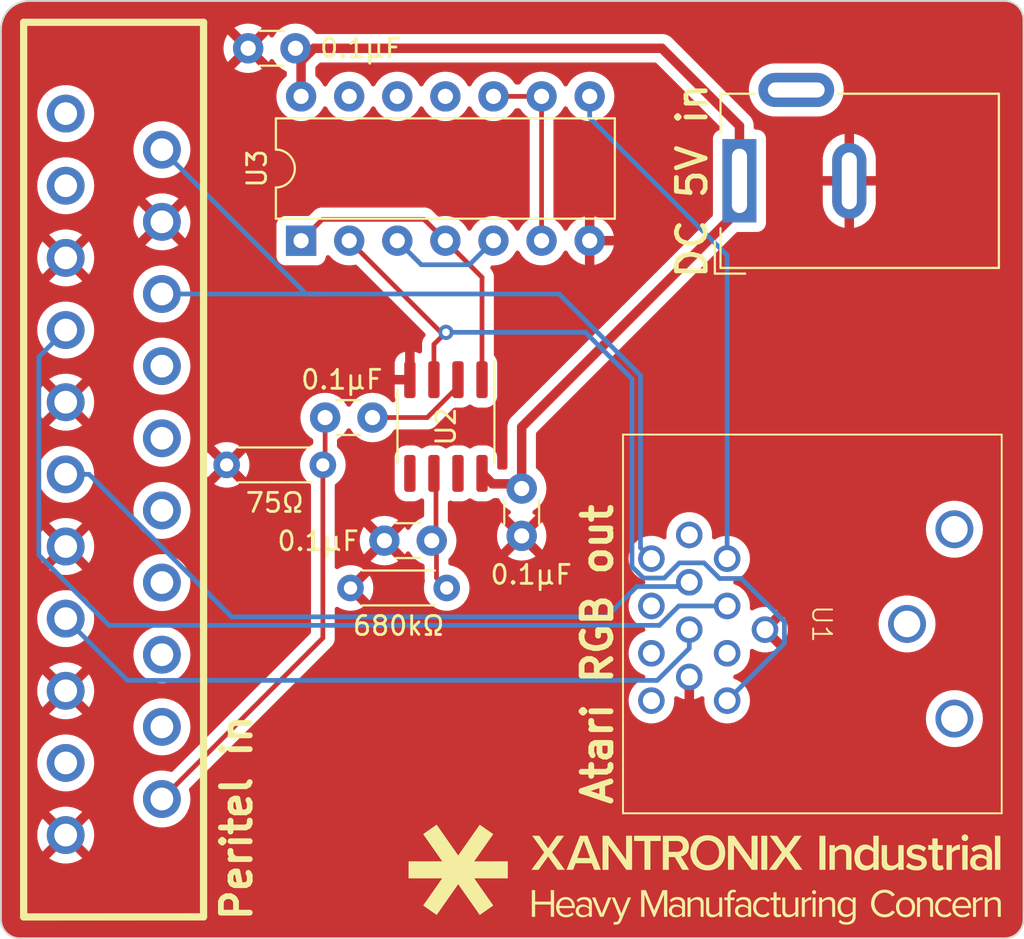
<source format=kicad_pcb>
(kicad_pcb (version 20221018) (generator pcbnew)

  (general
    (thickness 1.6)
  )

  (paper "A4")
  (layers
    (0 "F.Cu" signal)
    (31 "B.Cu" signal)
    (32 "B.Adhes" user "B.Adhesive")
    (33 "F.Adhes" user "F.Adhesive")
    (34 "B.Paste" user)
    (35 "F.Paste" user)
    (36 "B.SilkS" user "B.Silkscreen")
    (37 "F.SilkS" user "F.Silkscreen")
    (38 "B.Mask" user)
    (39 "F.Mask" user)
    (40 "Dwgs.User" user "User.Drawings")
    (41 "Cmts.User" user "User.Comments")
    (42 "Eco1.User" user "User.Eco1")
    (43 "Eco2.User" user "User.Eco2")
    (44 "Edge.Cuts" user)
    (45 "Margin" user)
    (46 "B.CrtYd" user "B.Courtyard")
    (47 "F.CrtYd" user "F.Courtyard")
    (48 "B.Fab" user)
    (49 "F.Fab" user)
    (50 "User.1" user)
    (51 "User.2" user)
    (52 "User.3" user)
    (53 "User.4" user)
    (54 "User.5" user)
    (55 "User.6" user)
    (56 "User.7" user)
    (57 "User.8" user)
    (58 "User.9" user)
  )

  (setup
    (pad_to_mask_clearance 0)
    (pcbplotparams
      (layerselection 0x00010fc_ffffffff)
      (plot_on_all_layers_selection 0x0000000_00000000)
      (disableapertmacros false)
      (usegerberextensions false)
      (usegerberattributes true)
      (usegerberadvancedattributes true)
      (creategerberjobfile true)
      (dashed_line_dash_ratio 12.000000)
      (dashed_line_gap_ratio 3.000000)
      (svgprecision 4)
      (plotframeref false)
      (viasonmask false)
      (mode 1)
      (useauxorigin false)
      (hpglpennumber 1)
      (hpglpenspeed 20)
      (hpglpendiameter 15.000000)
      (dxfpolygonmode true)
      (dxfimperialunits true)
      (dxfusepcbnewfont true)
      (psnegative false)
      (psa4output false)
      (plotreference true)
      (plotvalue true)
      (plotinvisibletext false)
      (sketchpadsonfab false)
      (subtractmaskfromsilk false)
      (outputformat 1)
      (mirror false)
      (drillshape 1)
      (scaleselection 1)
      (outputdirectory "")
    )
  )

  (net 0 "")
  (net 1 "GND")
  (net 2 "Net-(U2-INT)")
  (net 3 "CVBS")
  (net 4 "Net-(U2-VIDEO)")
  (net 5 "unconnected-(J1-P1-Pad1)")
  (net 6 "AUDIO_L")
  (net 7 "unconnected-(J1-P3-Pad3)")
  (net 8 "VIDEO_B")
  (net 9 "unconnected-(J1-P8-Pad8)")
  (net 10 "unconnected-(J1-P10-Pad10)")
  (net 11 "VIDEO_G")
  (net 12 "unconnected-(J1-P12-Pad12)")
  (net 13 "unconnected-(J1-P14-Pad14)")
  (net 14 "VIDEO_R")
  (net 15 "unconnected-(J1-P16-Pad16)")
  (net 16 "unconnected-(J1-P18-Pad18)")
  (net 17 "unconnected-(J1-P19-Pad19)")
  (net 18 "unconnected-(U1-Pad2)")
  (net 19 "unconnected-(U1-Pad3)")
  (net 20 "unconnected-(U1-Pad4)")
  (net 21 "HSYNC")
  (net 22 "unconnected-(U1-Pad11)")
  (net 23 "VSYNC")
  (net 24 "Net-(U2-CSYNC)")
  (net 25 "unconnected-(U2-BURST-Pad5)")
  (net 26 "+5V")
  (net 27 "Net-(U3-Pad3)")
  (net 28 "Net-(U3-Pad10)")
  (net 29 "unconnected-(U2-O{slash}E-Pad7)")
  (net 30 "unconnected-(U1-Pad5)")

  (footprint "Package_DIP:DIP-14_W7.62mm" (layer "F.Cu") (at 133.35 73.66 90))

  (footprint "Capacitor_THT:C_Disc_D3.0mm_W1.6mm_P2.50mm" (layer "F.Cu") (at 133.055 63.5 180))

  (footprint "Capacitor_THT:C_Disc_D3.0mm_W1.6mm_P2.50mm" (layer "F.Cu") (at 134.62 83))

  (footprint "Connector_BarrelJack:BarrelJack_Wuerth_6941xx301002" (layer "F.Cu") (at 156.5 70.5 90))

  (footprint "Capacitor_THT:C_Disc_D3.0mm_W1.6mm_P2.50mm" (layer "F.Cu") (at 145 86.75 -90))

  (footprint "Capacitor_THT:C_Disc_D3.0mm_W1.6mm_P2.50mm" (layer "F.Cu") (at 137.75 89.5))

  (footprint "Resistor_THT:R_Axial_DIN0204_L3.6mm_D1.6mm_P5.08mm_Horizontal" (layer "F.Cu") (at 129.42 85.5))

  (footprint "Resistor_THT:R_Axial_DIN0204_L3.6mm_D1.6mm_P5.08mm_Horizontal" (layer "F.Cu") (at 135.96 92))

  (footprint "sc1224-scart:SCART" (layer "F.Cu") (at 128.19964 86 90))

  (footprint "Package_SO:SOIC-8_3.9x4.9mm_P1.27mm" (layer "F.Cu") (at 141 83.475 -90))

  (footprint "sc1224-scart:DIN-13" (layer "F.Cu") (at 170.35 93.9 -90))

  (gr_poly
    (pts
      (xy 146.71168 109.367282)
      (xy 146.535996 109.367282)
      (xy 146.535996 108.719583)
      (xy 145.710496 108.719583)
      (xy 145.710496 109.367282)
      (xy 145.534812 109.367282)
      (xy 145.534812 107.955466)
      (xy 145.710496 107.955466)
      (xy 145.710496 108.562949)
      (xy 146.535996 108.562949)
      (xy 146.535996 107.955466)
      (xy 146.71168 107.955466)
    )

    (stroke (width 0) (type solid)) (fill solid) (layer "F.SilkS") (tstamp 04c21770-3c30-43ca-9e53-dd94507d64c1))
  (gr_poly
    (pts
      (xy 160.445912 107.959834)
      (xy 160.451367 107.960236)
      (xy 160.456747 107.960899)
      (xy 160.462043 107.961815)
      (xy 160.467249 107.96298)
      (xy 160.472358 107.964387)
      (xy 160.477364 107.966029)
      (xy 160.482259 107.967901)
      (xy 160.487035 107.969996)
      (xy 160.491687 107.972308)
      (xy 160.496208 107.974831)
      (xy 160.500589 107.977558)
      (xy 160.504825 107.980484)
      (xy 160.508908 107.983602)
      (xy 160.512831 107.986906)
      (xy 160.516588 107.99039)
      (xy 160.520171 107.994048)
      (xy 160.523574 107.997873)
      (xy 160.526789 108.00186)
      (xy 160.529809 108.006001)
      (xy 160.532628 108.010291)
      (xy 160.535238 108.014724)
      (xy 160.537633 108.019293)
      (xy 160.539805 108.023993)
      (xy 160.541748 108.028816)
      (xy 160.543455 108.033757)
      (xy 160.544918 108.03881)
      (xy 160.546131 108.043969)
      (xy 160.547086 108.049226)
      (xy 160.547777 108.054577)
      (xy 160.548197 108.060014)
      (xy 160.548338 108.065532)
      (xy 160.548197 108.071056)
      (xy 160.547777 108.076511)
      (xy 160.547086 108.081891)
      (xy 160.546131 108.087187)
      (xy 160.544918 108.092393)
      (xy 160.543455 108.097502)
      (xy 160.541748 108.102508)
      (xy 160.539805 108.107403)
      (xy 160.537633 108.112179)
      (xy 160.535238 108.116831)
      (xy 160.532628 108.121352)
      (xy 160.529809 108.125733)
      (xy 160.526789 108.129969)
      (xy 160.523574 108.134052)
      (xy 160.520171 108.137976)
      (xy 160.516588 108.141732)
      (xy 160.512831 108.145315)
      (xy 160.508908 108.148718)
      (xy 160.504825 108.151933)
      (xy 160.500589 108.154953)
      (xy 160.496208 108.157772)
      (xy 160.491687 108.160382)
      (xy 160.487035 108.162777)
      (xy 160.482259 108.16495)
      (xy 160.477364 108.166892)
      (xy 160.472358 108.168599)
      (xy 160.467249 108.170062)
      (xy 160.462043 108.171275)
      (xy 160.456747 108.17223)
      (xy 160.451367 108.172921)
      (xy 160.445912 108.173341)
      (xy 160.440388 108.173482)
      (xy 160.435057 108.173341)
      (xy 160.429782 108.172921)
      (xy 160.424571 108.17223)
      (xy 160.419432 108.171275)
      (xy 160.414373 108.170062)
      (xy 160.409399 108.168599)
      (xy 160.40452 108.166892)
      (xy 160.399742 108.16495)
      (xy 160.395072 108.162777)
      (xy 160.390518 108.160382)
      (xy 160.386087 108.157772)
      (xy 160.381787 108.154953)
      (xy 160.377625 108.151933)
      (xy 160.373608 108.148718)
      (xy 160.369744 108.145315)
      (xy 160.36604 108.141732)
      (xy 160.362504 108.137976)
      (xy 160.359142 108.134052)
      (xy 160.355962 108.129969)
      (xy 160.352972 108.125733)
      (xy 160.350179 108.121352)
      (xy 160.34759 108.116831)
      (xy 160.345213 108.112179)
      (xy 160.343055 108.107403)
      (xy 160.341123 108.102508)
      (xy 160.339424 108.097502)
      (xy 160.337967 108.092393)
      (xy 160.336758 108.087187)
      (xy 160.335805 108.081891)
      (xy 160.335116 108.076511)
      (xy 160.334696 108.071056)
      (xy 160.334555 108.065532)
      (xy 160.334696 108.060014)
      (xy 160.335116 108.054577)
      (xy 160.335805 108.049226)
      (xy 160.336758 108.043969)
      (xy 160.337967 108.03881)
      (xy 160.339424 108.033757)
      (xy 160.341123 108.028816)
      (xy 160.343055 108.023993)
      (xy 160.345213 108.019293)
      (xy 160.34759 108.014724)
      (xy 160.350179 108.010291)
      (xy 160.352972 108.006001)
      (xy 160.355962 108.00186)
      (xy 160.359142 107.997873)
      (xy 160.362504 107.994048)
      (xy 160.36604 107.99039)
      (xy 160.369744 107.986906)
      (xy 160.373608 107.983602)
      (xy 160.377625 107.980484)
      (xy 160.381787 107.977558)
      (xy 160.386087 107.974831)
      (xy 160.390518 107.972308)
      (xy 160.395072 107.969996)
      (xy 160.399742 107.967901)
      (xy 160.40452 107.966029)
      (xy 160.409399 107.964387)
      (xy 160.414373 107.96298)
      (xy 160.419432 107.961815)
      (xy 160.424571 107.960899)
      (xy 160.429782 107.960236)
      (xy 160.435057 107.959834)
      (xy 160.440388 107.959699)
    )

    (stroke (width 0) (type solid)) (fill solid) (layer "F.SilkS") (tstamp 097a4810-8236-4cc9-8d97-17989aed30d9))
  (gr_poly
    (pts
      (xy 150.514059 106.360875)
      (xy 150.514059 105.084366)
      (xy 150.829812 105.084366)
      (xy 150.829812 106.884433)
      (xy 150.524853 106.884433)
      (xy 149.585689 105.57284)
      (xy 149.585689 106.884433)
      (xy 149.269935 106.884433)
      (xy 149.269935 105.084366)
      (xy 149.593785 105.084366)
    )

    (stroke (width 0) (type solid)) (fill solid) (layer "F.SilkS") (tstamp 1b792017-f113-4190-ad02-d3b7f14eddcb))
  (gr_poly
    (pts
      (xy 148.351903 108.320686)
      (xy 148.390874 108.3242)
      (xy 148.428579 108.33015)
      (xy 148.446891 108.334064)
      (xy 148.464808 108.338615)
      (xy 148.482303 108.343815)
      (xy 148.499351 108.349673)
      (xy 148.515924 108.356197)
      (xy 148.531996 108.363399)
      (xy 148.547541 108.371288)
      (xy 148.562532 108.379873)
      (xy 148.576944 108.389165)
      (xy 148.59075 108.399172)
      (xy 148.603923 108.409905)
      (xy 148.616437 108.421373)
      (xy 148.628266 108.433585)
      (xy 148.639384 108.446553)
      (xy 148.649763 108.460285)
      (xy 148.659378 108.47479)
      (xy 148.668203 108.49008)
      (xy 148.67621 108.506163)
      (xy 148.683374 108.523049)
      (xy 148.689669 108.540747)
      (xy 148.695067 108.559268)
      (xy 148.699543 108.578621)
      (xy 148.70307 108.598816)
      (xy 148.705622 108.619863)
      (xy 148.707173 108.64177)
      (xy 148.707696 108.664549)
      (xy 148.707696 109.367282)
      (xy 148.548945 109.367282)
      (xy 148.548945 109.250866)
      (xy 148.532701 109.267806)
      (xy 148.515728 109.283699)
      (xy 148.498042 109.298537)
      (xy 148.479658 109.312315)
      (xy 148.460592 109.325027)
      (xy 148.440859 109.336665)
      (xy 148.420476 109.347225)
      (xy 148.399456 109.356699)
      (xy 148.377817 109.365082)
      (xy 148.355573 109.372368)
      (xy 148.332739 109.378549)
      (xy 148.309333 109.383621)
      (xy 148.285368 109.387576)
      (xy 148.26086 109.390409)
      (xy 148.235825 109.392113)
      (xy 148.210279 109.392683)
      (xy 148.193982 109.392342)
      (xy 148.177659 109.391321)
      (xy 148.145076 109.387246)
      (xy 148.128887 109.384196)
      (xy 148.112815 109.380474)
      (xy 148.096895 109.376081)
      (xy 148.081162 109.37102)
      (xy 148.065653 109.365292)
      (xy 148.050403 109.358899)
      (xy 148.035447 109.351844)
      (xy 148.020821 109.344127)
      (xy 148.006561 109.335752)
      (xy 147.992703 109.32672)
      (xy 147.979282 109.317033)
      (xy 147.966333 109.306693)
      (xy 147.953894 109.295702)
      (xy 147.941998 109.284061)
      (xy 147.930682 109.271773)
      (xy 147.919982 109.258841)
      (xy 147.909932 109.245264)
      (xy 147.90057 109.231046)
      (xy 147.89193 109.216189)
      (xy 147.884048 109.200694)
      (xy 147.87696 109.184564)
      (xy 147.870701 109.1678)
      (xy 147.865307 109.150404)
      (xy 147.860814 109.132378)
      (xy 147.857258 109.113724)
      (xy 147.854673 109.094445)
      (xy 147.853096 109.074542)
      (xy 147.852618 109.056132)
      (xy 148.015545 109.056132)
      (xy 148.015848 109.06813)
      (xy 148.016746 109.079906)
      (xy 148.018231 109.09145)
      (xy 148.020291 109.102753)
      (xy 148.022916 109.113802)
      (xy 148.026094 109.124588)
      (xy 148.029814 109.135101)
      (xy 148.034066 109.14533)
      (xy 148.038839 109.155264)
      (xy 148.044122 109.164893)
      (xy 148.049905 109.174206)
      (xy 148.056175 109.183194)
      (xy 148.062924 109.191845)
      (xy 148.070138 109.20015)
      (xy 148.077809 109.208097)
      (xy 148.085924 109.215676)
      (xy 148.094474 109.222877)
      (xy 148.103447 109.229689)
      (xy 148.112832 109.236102)
      (xy 148.122619 109.242105)
      (xy 148.132796 109.247688)
      (xy 148.143353 109.252841)
      (xy 148.15428 109.257552)
      (xy 148.165564 109.261812)
      (xy 148.177195 109.26561)
      (xy 148.189163 109.268936)
      (xy 148.201457 109.271779)
      (xy 148.214065 109.274128)
      (xy 148.226977 109.275973)
      (xy 148.240183 109.277305)
      (xy 148.25367 109.278111)
      (xy 148.267428 109.278382)
      (xy 148.288403 109.277886)
      (xy 148.309216 109.276398)
      (xy 148.329806 109.273917)
      (xy 148.350111 109.270444)
      (xy 148.370068 109.26598)
      (xy 148.389617 109.260523)
      (xy 148.408694 109.254073)
      (xy 148.427237 109.246632)
      (xy 148.445185 109.238198)
      (xy 148.462476 109.228773)
      (xy 148.479048 109.218355)
      (xy 148.494838 109.206944)
      (xy 148.509785 109.194542)
      (xy 148.516923 109.187969)
      (xy 148.523826 109.181148)
      (xy 148.530488 109.174078)
      (xy 148.536901 109.166761)
      (xy 148.543056 109.159195)
      (xy 148.548945 109.151382)
      (xy 148.548945 108.958766)
      (xy 148.536901 108.943387)
      (xy 148.523826 108.929)
      (xy 148.509785 108.915606)
      (xy 148.494838 108.903203)
      (xy 148.479047 108.891793)
      (xy 148.462476 108.881375)
      (xy 148.445185 108.871949)
      (xy 148.427236 108.863516)
      (xy 148.408693 108.856074)
      (xy 148.389616 108.849625)
      (xy 148.370068 108.844168)
      (xy 148.35011 108.839703)
      (xy 148.329806 108.836231)
      (xy 148.309216 108.83375)
      (xy 148.288403 108.832262)
      (xy 148.267428 108.831766)
      (xy 148.25367 108.832037)
      (xy 148.240183 108.832844)
      (xy 148.226978 108.834176)
      (xy 148.214066 108.836024)
      (xy 148.201457 108.838377)
      (xy 148.189164 108.841226)
      (xy 148.177196 108.844559)
      (xy 148.165564 108.848368)
      (xy 148.15428 108.852642)
      (xy 148.143354 108.857371)
      (xy 148.132797 108.862545)
      (xy 148.122619 108.868154)
      (xy 148.112832 108.874188)
      (xy 148.103447 108.880636)
      (xy 148.094474 108.887489)
      (xy 148.085925 108.894736)
      (xy 148.077809 108.902368)
      (xy 148.070139 108.910375)
      (xy 148.062924 108.918745)
      (xy 148.056176 108.92747)
      (xy 148.049905 108.936539)
      (xy 148.044123 108.945943)
      (xy 148.038839 108.95567)
      (xy 148.034066 108.965711)
      (xy 148.029814 108.976056)
      (xy 148.026094 108.986695)
      (xy 148.022916 108.997617)
      (xy 148.020291 109.008813)
      (xy 148.018231 109.020273)
      (xy 148.016746 109.031986)
      (xy 148.015848 109.043943)
      (xy 148.015545 109.056132)
      (xy 147.852618 109.056132)
      (xy 147.852563 109.054016)
      (xy 147.853096 109.032938)
      (xy 147.854673 109.012564)
      (xy 147.857258 108.992893)
      (xy 147.860814 108.973922)
      (xy 147.865307 108.955648)
      (xy 147.870701 108.93807)
      (xy 147.87696 108.921184)
      (xy 147.884048 108.904989)
      (xy 147.89193 108.889483)
      (xy 147.90057 108.874663)
      (xy 147.909932 108.860526)
      (xy 147.919982 108.84707)
      (xy 147.930682 108.834294)
      (xy 147.941998 108.822194)
      (xy 147.953894 108.810769)
      (xy 147.966333 108.800016)
      (xy 147.979282 108.789932)
      (xy 147.992703 108.780516)
      (xy 148.006561 108.771765)
      (xy 148.020821 108.763677)
      (xy 148.035447 108.756249)
      (xy 148.050403 108.749479)
      (xy 148.081162 108.737905)
      (xy 148.112815 108.728935)
      (xy 148.145076 108.722551)
      (xy 148.177659 108.718734)
      (xy 148.210279 108.717466)
      (xy 148.236197 108.717988)
      (xy 148.261554 108.719562)
      (xy 148.286335 108.722196)
      (xy 148.310523 108.725899)
      (xy 148.334103 108.730682)
      (xy 148.357061 108.736553)
      (xy 148.379379 108.743522)
      (xy 148.401044 108.751597)
      (xy 148.422038 108.760789)
      (xy 148.442347 108.771106)
      (xy 148.461956 108.782558)
      (xy 148.480848 108.795154)
      (xy 148.499009 108.808904)
      (xy 148.516422 108.823816)
      (xy 148.533073 108.8399)
      (xy 148.548945 108.857166)
      (xy 148.548945 108.673016)
      (xy 148.548625 108.660292)
      (xy 148.547673 108.647918)
      (xy 148.546103 108.635899)
      (xy 148.543927 108.624237)
      (xy 148.541158 108.612937)
      (xy 148.537811 108.602001)
      (xy 148.533898 108.591434)
      (xy 148.529432 108.581238)
      (xy 148.524427 108.571418)
      (xy 148.518896 108.561976)
      (xy 148.512851 108.552916)
      (xy 148.506306 108.544242)
      (xy 148.499275 108.535957)
      (xy 148.491769 108.528065)
      (xy 148.483804 108.520569)
      (xy 148.475391 108.513472)
      (xy 148.466544 108.506778)
      (xy 148.457276 108.500491)
      (xy 148.447601 108.494614)
      (xy 148.437531 108.489151)
      (xy 148.427079 108.484104)
      (xy 148.41626 108.479478)
      (xy 148.405085 108.475277)
      (xy 148.393569 108.471502)
      (xy 148.369563 108.46525)
      (xy 148.344348 108.460749)
      (xy 148.318029 108.458029)
      (xy 148.290712 108.457115)
      (xy 148.267962 108.457638)
      (xy 148.245737 108.459216)
      (xy 148.224014 108.461859)
      (xy 148.202771 108.465582)
      (xy 148.181987 108.470396)
      (xy 148.161641 108.476314)
      (xy 148.14171 108.483349)
      (xy 148.122173 108.491511)
      (xy 148.103007 108.500815)
      (xy 148.084192 108.511273)
      (xy 148.065706 108.522896)
      (xy 148.047527 108.535697)
      (xy 148.029633 108.549689)
      (xy 148.012002 108.564884)
      (xy 147.994614 108.581294)
      (xy 147.977445 108.598932)
      (xy 147.903362 108.488866)
      (xy 147.924251 108.468128)
      (xy 147.945658 108.448773)
      (xy 147.967605 108.430795)
      (xy 147.990113 108.414187)
      (xy 148.013203 108.398944)
      (xy 148.036898 108.385058)
      (xy 148.06122 108.372524)
      (xy 148.086189 108.361337)
      (xy 148.111829 108.351488)
      (xy 148.138159 108.342973)
      (xy 148.165203 108.335785)
      (xy 148.192982 108.329917)
      (xy 148.221517 108.325365)
      (xy 148.25083 108.32212)
      (xy 148.280944 108.320178)
      (xy 148.311879 108.319532)
    )

    (stroke (width 0) (type solid)) (fill solid) (layer "F.SilkS") (tstamp 1d537a32-c095-4159-b96b-97cc55e53437))
  (gr_poly
    (pts
      (xy 157.745117 108.319753)
      (xy 157.761919 108.320412)
      (xy 157.778291 108.321499)
      (xy 157.794241 108.323004)
      (xy 157.809777 108.324919)
      (xy 157.824907 108.327233)
      (xy 157.839639 108.329939)
      (xy 157.853982 108.333025)
      (xy 157.867944 108.336484)
      (xy 157.881533 108.340305)
      (xy 157.894756 108.34448)
      (xy 157.907622 108.349)
      (xy 157.92014 108.353853)
      (xy 157.932317 108.359033)
      (xy 157.944161 108.364529)
      (xy 157.955681 108.370332)
      (xy 157.966885 108.376432)
      (xy 157.977781 108.382821)
      (xy 157.988376 108.389489)
      (xy 157.99868 108.396426)
      (xy 158.018445 108.411073)
      (xy 158.03714 108.426688)
      (xy 158.05483 108.443195)
      (xy 158.071581 108.460521)
      (xy 158.087458 108.478592)
      (xy 158.102525 108.497332)
      (xy 157.996692 108.594698)
      (xy 157.983768 108.577853)
      (xy 157.970399 108.562229)
      (xy 157.956582 108.547808)
      (xy 157.94232 108.534572)
      (xy 157.92761 108.522501)
      (xy 157.912455 108.511578)
      (xy 157.896853 108.501783)
      (xy 157.880804 108.493098)
      (xy 157.864309 108.485505)
      (xy 157.847367 108.478984)
      (xy 157.829979 108.473518)
      (xy 157.812145 108.469087)
      (xy 157.793864 108.465674)
      (xy 157.775136 108.463258)
      (xy 157.755962 108.461823)
      (xy 157.736342 108.461348)
      (xy 157.716146 108.461835)
      (xy 157.696444 108.463281)
      (xy 157.677244 108.465668)
      (xy 157.658558 108.468976)
      (xy 157.640394 108.473184)
      (xy 157.622762 108.478273)
      (xy 157.605672 108.484223)
      (xy 157.589134 108.491015)
      (xy 157.573156 108.498628)
      (xy 157.55775 108.507043)
      (xy 157.542924 108.51624)
      (xy 157.528689 108.5262)
      (xy 157.515053 108.536902)
      (xy 157.502027 108.548327)
      (xy 157.489621 108.560456)
      (xy 157.477843 108.573267)
      (xy 157.466705 108.586742)
      (xy 157.456214 108.600861)
      (xy 157.446382 108.615603)
      (xy 157.437217 108.63095)
      (xy 157.42873 108.646882)
      (xy 157.420931 108.663378)
      (xy 157.413828 108.680419)
      (xy 157.407431 108.697985)
      (xy 157.401751 108.716057)
      (xy 157.396797 108.734614)
      (xy 157.392578 108.753637)
      (xy 157.389105 108.773106)
      (xy 157.386386 108.793002)
      (xy 157.384433 108.813304)
      (xy 157.383253 108.833992)
      (xy 157.382858 108.855048)
      (xy 157.383253 108.87611)
      (xy 157.384433 108.896817)
      (xy 157.386386 108.917148)
      (xy 157.389105 108.937082)
      (xy 157.392578 108.956599)
      (xy 157.396797 108.975678)
      (xy 157.401751 108.9943)
      (xy 157.407431 109.012443)
      (xy 157.413828 109.030086)
      (xy 157.420931 109.04721)
      (xy 157.42873 109.063794)
      (xy 157.437217 109.079816)
      (xy 157.446382 109.095258)
      (xy 157.456214 109.110097)
      (xy 157.466705 109.124314)
      (xy 157.477843 109.137888)
      (xy 157.489621 109.150799)
      (xy 157.502027 109.163025)
      (xy 157.515053 109.174547)
      (xy 157.528689 109.185344)
      (xy 157.542924 109.195395)
      (xy 157.55775 109.204679)
      (xy 157.573156 109.213177)
      (xy 157.589134 109.220868)
      (xy 157.605672 109.227731)
      (xy 157.622762 109.233745)
      (xy 157.640394 109.238891)
      (xy 157.658558 109.243147)
      (xy 157.677244 109.246493)
      (xy 157.696444 109.248908)
      (xy 157.716146 109.250372)
      (xy 157.736342 109.250865)
      (xy 157.755962 109.250367)
      (xy 157.775136 109.248868)
      (xy 157.793864 109.246358)
      (xy 157.812145 109.242828)
      (xy 157.829979 109.238269)
      (xy 157.847367 109.232671)
      (xy 157.864309 109.226025)
      (xy 157.880804 109.218322)
      (xy 157.896853 109.209552)
      (xy 157.912455 109.199706)
      (xy 157.92761 109.188775)
      (xy 157.94232 109.176749)
      (xy 157.956582 109.16362)
      (xy 157.970399 109.149377)
      (xy 157.983768 109.134012)
      (xy 157.996692 109.117515)
      (xy 158.102525 109.214882)
      (xy 158.087458 109.233622)
      (xy 158.071582 109.251692)
      (xy 158.054831 109.269018)
      (xy 158.03714 109.285525)
      (xy 158.018445 109.30114)
      (xy 157.998681 109.315787)
      (xy 157.977781 109.329393)
      (xy 157.955682 109.341882)
      (xy 157.932317 109.35318)
      (xy 157.907623 109.363214)
      (xy 157.881533 109.371908)
      (xy 157.853983 109.379188)
      (xy 157.824907 109.38498)
      (xy 157.794241 109.389209)
      (xy 157.761919 109.391801)
      (xy 157.727876 109.392682)
      (xy 157.699596 109.392005)
      (xy 157.671918 109.389993)
      (xy 157.644861 109.386675)
      (xy 157.618446 109.382082)
      (xy 157.592691 109.376242)
      (xy 157.567616 109.369186)
      (xy 157.54324 109.360941)
      (xy 157.519582 109.351539)
      (xy 157.496663 109.341008)
      (xy 157.474501 109.329378)
      (xy 157.453115 109.316678)
      (xy 157.432526 109.302938)
      (xy 157.412752 109.288188)
      (xy 157.393813 109.272456)
      (xy 157.375728 109.255772)
      (xy 157.358517 109.238165)
      (xy 157.342199 109.219666)
      (xy 157.326793 109.200303)
      (xy 157.312318 109.180106)
      (xy 157.298795 109.159104)
      (xy 157.286243 109.137328)
      (xy 157.27468 109.114805)
      (xy 157.264126 109.091567)
      (xy 157.254601 109.067641)
      (xy 157.246124 109.043059)
      (xy 157.238715 109.017848)
      (xy 157.232392 108.992039)
      (xy 157.227176 108.965661)
      (xy 157.223084 108.938744)
      (xy 157.220138 108.911316)
      (xy 157.218356 108.883408)
      (xy 157.217758 108.855049)
      (xy 157.217758 108.855048)
      (xy 157.218356 108.826881)
      (xy 157.220138 108.799154)
      (xy 157.223084 108.771895)
      (xy 157.227176 108.745135)
      (xy 157.232392 108.718903)
      (xy 157.238715 108.69323)
      (xy 157.246124 108.668146)
      (xy 157.254601 108.643679)
      (xy 157.264126 108.619861)
      (xy 157.27468 108.59672)
      (xy 157.286243 108.574288)
      (xy 157.298795 108.552592)
      (xy 157.312318 108.531664)
      (xy 157.326793 108.511534)
      (xy 157.342199 108.49223)
      (xy 157.358517 108.473784)
      (xy 157.375728 108.456224)
      (xy 157.393813 108.439581)
      (xy 157.412752 108.423884)
      (xy 157.432526 108.409163)
      (xy 157.453115 108.395449)
      (xy 157.474501 108.382771)
      (xy 157.496663 108.371158)
      (xy 157.519582 108.360641)
      (xy 157.54324 108.35125)
      (xy 157.567616 108.343014)
      (xy 157.592691 108.335963)
      (xy 157.618446 108.330127)
      (xy 157.644861 108.325536)
      (xy 157.671918 108.32222)
      (xy 157.699596 108.320209)
      (xy 157.727876 108.319532)
    )

    (stroke (width 0) (type solid)) (fill solid) (layer "F.SilkS") (tstamp 25a100fb-619a-4bdb-83b4-e6a78ec40c77))
  (gr_poly
    (pts
      (xy 164.193722 107.932534)
      (xy 164.217012 107.933577)
      (xy 164.239826 107.935296)
      (xy 164.262168 107.937677)
      (xy 164.284042 107.940705)
      (xy 164.305452 107.944364)
      (xy 164.326401 107.948639)
      (xy 164.346893 107.953515)
      (xy 164.366933 107.958977)
      (xy 164.386524 107.96501)
      (xy 164.40567 107.971599)
      (xy 164.424375 107.978729)
      (xy 164.442643 107.986384)
      (xy 164.460477 107.99455)
      (xy 164.477882 108.003211)
      (xy 164.494862 108.012352)
      (xy 164.51142 108.021958)
      (xy 164.52756 108.032014)
      (xy 164.543286 108.042505)
      (xy 164.558601 108.053416)
      (xy 164.588019 108.076436)
      (xy 164.615842 108.100954)
      (xy 164.642103 108.126848)
      (xy 164.666832 108.153999)
      (xy 164.690061 108.182284)
      (xy 164.711819 108.211583)
      (xy 164.563653 108.294133)
      (xy 164.547814 108.272293)
      (xy 164.530502 108.251278)
      (xy 164.511783 108.231169)
      (xy 164.49172 108.212046)
      (xy 164.470381 108.193989)
      (xy 164.447828 108.177079)
      (xy 164.424129 108.161398)
      (xy 164.399348 108.147024)
      (xy 164.373549 108.13404)
      (xy 164.346799 108.122526)
      (xy 164.319161 108.112561)
      (xy 164.290702 108.104228)
      (xy 164.261487 108.097606)
      (xy 164.23158 108.092776)
      (xy 164.201047 108.08982)
      (xy 164.169952 108.088816)
      (xy 164.141779 108.089506)
      (xy 164.114034 108.091561)
      (xy 164.086746 108.094953)
      (xy 164.059948 108.09966)
      (xy 164.033669 108.105654)
      (xy 164.007939 108.112912)
      (xy 163.982791 108.121408)
      (xy 163.958253 108.131116)
      (xy 163.934357 108.142012)
      (xy 163.911134 108.15407)
      (xy 163.888614 108.167266)
      (xy 163.866828 108.181573)
      (xy 163.845805 108.196967)
      (xy 163.825578 108.213423)
      (xy 163.806176 108.230915)
      (xy 163.787631 108.249418)
      (xy 163.769972 108.268907)
      (xy 163.75323 108.289357)
      (xy 163.737437 108.310743)
      (xy 163.722622 108.333039)
      (xy 163.708816 108.35622)
      (xy 163.696051 108.380261)
      (xy 163.684355 108.405137)
      (xy 163.673761 108.430823)
      (xy 163.664299 108.457293)
      (xy 163.655998 108.484522)
      (xy 163.648891 108.512486)
      (xy 163.643008 108.541158)
      (xy 163.638378 108.570514)
      (xy 163.635033 108.600529)
      (xy 163.633004 108.631176)
      (xy 163.632321 108.662432)
      (xy 163.633004 108.693502)
      (xy 163.635033 108.723987)
      (xy 163.638378 108.753862)
      (xy 163.643008 108.783099)
      (xy 163.648891 108.811673)
      (xy 163.655998 108.839556)
      (xy 163.664299 108.866724)
      (xy 163.673761 108.893149)
      (xy 163.684355 108.918805)
      (xy 163.696051 108.943666)
      (xy 163.708816 108.967705)
      (xy 163.722622 108.990896)
      (xy 163.737437 109.013213)
      (xy 163.75323 109.034629)
      (xy 163.769972 109.055118)
      (xy 163.787631 109.074653)
      (xy 163.806176 109.093209)
      (xy 163.825578 109.110759)
      (xy 163.845805 109.127276)
      (xy 163.866828 109.142734)
      (xy 163.888614 109.157107)
      (xy 163.911134 109.170368)
      (xy 163.934357 109.182492)
      (xy 163.958253 109.193451)
      (xy 163.982791 109.20322)
      (xy 164.007939 109.211772)
      (xy 164.033669 109.21908)
      (xy 164.059948 109.225119)
      (xy 164.086746 109.229861)
      (xy 164.114034 109.233281)
      (xy 164.141779 109.235353)
      (xy 164.169952 109.236049)
      (xy 164.185566 109.235803)
      (xy 164.201047 109.235069)
      (xy 164.216388 109.233857)
      (xy 164.23158 109.232175)
      (xy 164.246616 109.230034)
      (xy 164.261487 109.22744)
      (xy 164.276185 109.224404)
      (xy 164.290702 109.220935)
      (xy 164.30503 109.21704)
      (xy 164.319161 109.21273)
      (xy 164.346799 109.202898)
      (xy 164.373549 109.191509)
      (xy 164.399348 109.178635)
      (xy 164.424129 109.164347)
      (xy 164.447828 109.148716)
      (xy 164.470381 109.131814)
      (xy 164.49172 109.113712)
      (xy 164.511783 109.094482)
      (xy 164.530502 109.074194)
      (xy 164.547814 109.052921)
      (xy 164.563653 109.030733)
      (xy 164.713937 109.113282)
      (xy 164.691108 109.14293)
      (xy 164.667036 109.171474)
      (xy 164.641667 109.198803)
      (xy 164.61495 109.224804)
      (xy 164.586831 109.249367)
      (xy 164.557258 109.27238)
      (xy 164.526179 109.29373)
      (xy 164.493539 109.313307)
      (xy 164.459288 109.330999)
      (xy 164.423371 109.346694)
      (xy 164.385736 109.360281)
      (xy 164.346331 109.371648)
      (xy 164.305103 109.380683)
      (xy 164.261999 109.387275)
      (xy 164.216966 109.391312)
      (xy 164.169952 109.392682)
      (xy 164.169952 109.392683)
      (xy 164.132691 109.39182)
      (xy 164.095944 109.389249)
      (xy 164.059756 109.385)
      (xy 164.024171 109.379102)
      (xy 163.989233 109.371584)
      (xy 163.954984 109.362475)
      (xy 163.92147 109.351805)
      (xy 163.888734 109.339601)
      (xy 163.856819 109.325893)
      (xy 163.82577 109.310711)
      (xy 163.79563 109.294083)
      (xy 163.766443 109.276039)
      (xy 163.738253 109.256607)
      (xy 163.711103 109.235817)
      (xy 163.685038 109.213697)
      (xy 163.660101 109.190277)
      (xy 163.636336 109.165585)
      (xy 163.613787 109.139652)
      (xy 163.592498 109.112505)
      (xy 163.572512 109.084175)
      (xy 163.553873 109.054689)
      (xy 163.536625 109.024078)
      (xy 163.520812 108.992369)
      (xy 163.506478 108.959593)
      (xy 163.493665 108.925778)
      (xy 163.48242 108.890954)
      (xy 163.472784 108.855149)
      (xy 163.464802 108.818393)
      (xy 163.458517 108.780714)
      (xy 163.453974 108.742141)
      (xy 163.451216 108.702705)
      (xy 163.450287 108.662433)
      (xy 163.451216 108.622161)
      (xy 163.453974 108.582725)
      (xy 163.458517 108.544152)
      (xy 163.464801 108.506473)
      (xy 163.472784 108.469717)
      (xy 163.482419 108.433912)
      (xy 163.493665 108.399088)
      (xy 163.506477 108.365273)
      (xy 163.520811 108.332497)
      (xy 163.536624 108.300788)
      (xy 163.553872 108.270177)
      (xy 163.572511 108.240691)
      (xy 163.592497 108.212361)
      (xy 163.613786 108.185214)
      (xy 163.636335 108.15928)
      (xy 163.6601 108.134589)
      (xy 163.685037 108.111169)
      (xy 163.711102 108.089049)
      (xy 163.738251 108.068259)
      (xy 163.766442 108.048827)
      (xy 163.795628 108.030782)
      (xy 163.825769 108.014155)
      (xy 163.856818 107.998972)
      (xy 163.888733 107.985265)
      (xy 163.921469 107.973061)
      (xy 163.954983 107.96239)
      (xy 163.989232 107.953281)
      (xy 164.02417 107.945764)
      (xy 164.059756 107.939866)
      (xy 164.095944 107.935617)
      (xy 164.13269 107.933046)
      (xy 164.169952 107.932183)
    )

    (stroke (width 0) (type solid)) (fill solid) (layer "F.SilkS") (tstamp 28a983d9-9707-4b77-a6ac-991f33a9e9b2))
  (gr_poly
    (pts
      (xy 150.263445 109.183132)
      (xy 150.602112 108.344932)
      (xy 150.775677 108.344932)
      (xy 150.263445 109.574716)
      (xy 150.251442 109.601439)
      (xy 150.238463 109.626082)
      (xy 150.224522 109.648697)
      (xy 150.209636 109.669337)
      (xy 150.201843 109.678933)
      (xy 150.193819 109.688055)
      (xy 150.185567 109.696709)
      (xy 150.177088 109.704903)
      (xy 150.168384 109.712642)
      (xy 150.159457 109.719934)
      (xy 150.15031 109.726785)
      (xy 150.140943 109.733201)
      (xy 150.121561 109.744756)
      (xy 150.101326 109.754653)
      (xy 150.080254 109.762943)
      (xy 150.05836 109.76968)
      (xy 150.03566 109.774917)
      (xy 150.01217 109.778705)
      (xy 149.987904 109.781098)
      (xy 149.962879 109.782149)
      (xy 149.949369 109.78186)
      (xy 149.934568 109.781025)
      (xy 149.918975 109.779693)
      (xy 149.903083 109.777916)
      (xy 149.88739 109.775741)
      (xy 149.872391 109.773219)
      (xy 149.858583 109.7704)
      (xy 149.852281 109.768894)
      (xy 149.846462 109.767332)
      (xy 149.871861 109.623399)
      (xy 149.876394 109.625333)
      (xy 149.881233 109.627165)
      (xy 149.886339 109.628892)
      (xy 149.891672 109.63051)
      (xy 149.89719 109.632016)
      (xy 149.902855 109.633408)
      (xy 149.908624 109.634682)
      (xy 149.914459 109.635835)
      (xy 149.926163 109.637765)
      (xy 149.937643 109.639175)
      (xy 149.948578 109.640039)
      (xy 149.95374 109.640259)
      (xy 149.958645 109.640333)
      (xy 149.971472 109.640051)
      (xy 149.983772 109.639167)
      (xy 149.995563 109.637626)
      (xy 150.006865 109.635372)
      (xy 150.012338 109.63396)
      (xy 150.017695 109.632349)
      (xy 150.02294 109.630531)
      (xy 150.028073 109.628501)
      (xy 150.033098 109.62625)
      (xy 150.038017 109.623772)
      (xy 150.042832 109.621061)
      (xy 150.047545 109.618108)
      (xy 150.052159 109.614907)
      (xy 150.056676 109.611451)
      (xy 150.061099 109.607733)
      (xy 150.065429 109.603746)
      (xy 150.06967 109.599483)
      (xy 150.073822 109.594937)
      (xy 150.07789 109.590101)
      (xy 150.081875 109.584969)
      (xy 150.085779 109.579532)
      (xy 150.089604 109.573785)
      (xy 150.093354 109.56772)
      (xy 150.09703 109.56133)
      (xy 150.100635 109.554608)
      (xy 150.104171 109.547547)
      (xy 150.111045 109.532382)
      (xy 150.178778 109.377866)
      (xy 149.751211 108.344932)
      (xy 149.922661 108.344932)
    )

    (stroke (width 0) (type solid)) (fill solid) (layer "F.SilkS") (tstamp 28c6bc3a-2d32-4989-ba10-d0f3141b95a3))
  (gr_poly
    (pts
      (xy 143.5 105)
      (xy 140.510363 109.269661)
      (xy 139.79511 108.768865)
      (xy 142.784746 104.499203)
    )

    (stroke (width 0) (type solid)) (fill solid) (layer "F.SilkS") (tstamp 2a376715-dabc-42f5-8a4d-6c41139faf04))
  (gr_poly
    (pts
      (xy 161.038808 106.884433)
      (xy 160.723053 106.884433)
      (xy 160.723053 105.084366)
      (xy 161.038808 105.084366)
    )

    (stroke (width 0) (type solid)) (fill solid) (layer "F.SilkS") (tstamp 2ee25e86-9f08-4eb0-b8fa-78f08543074e))
  (gr_poly
    (pts
      (xy 158.462359 108.344932)
      (xy 158.669794 108.344932)
      (xy 158.669794 108.484632)
      (xy 158.462359 108.484632)
      (xy 158.462359 109.119633)
      (xy 158.462757 109.133664)
      (xy 158.463254 109.140478)
      (xy 158.463951 109.147149)
      (xy 158.464848 109.153672)
      (xy 158.465945 109.160039)
      (xy 158.467243 109.166246)
      (xy 158.468742 109.172285)
      (xy 158.470443 109.17815)
      (xy 158.472346 109.183835)
      (xy 158.474451 109.189335)
      (xy 158.476758 109.194642)
      (xy 158.479269 109.199751)
      (xy 158.481983 109.204655)
      (xy 158.484901 109.209348)
      (xy 158.488023 109.213824)
      (xy 158.49135 109.218077)
      (xy 158.494882 109.222101)
      (xy 158.49862 109.225889)
      (xy 158.502563 109.229435)
      (xy 158.506712 109.232733)
      (xy 158.511068 109.235776)
      (xy 158.515631 109.23856)
      (xy 158.520401 109.241076)
      (xy 158.525379 109.24332)
      (xy 158.530566 109.245285)
      (xy 158.53596 109.246964)
      (xy 158.541564 109.248352)
      (xy 158.547377 109.249443)
      (xy 158.553399 109.250229)
      (xy 158.559632 109.250706)
      (xy 158.566075 109.250866)
      (xy 158.57438 109.250646)
      (xy 158.582607 109.250002)
      (xy 158.59073 109.248954)
      (xy 158.598718 109.247525)
      (xy 158.606546 109.245737)
      (xy 158.614184 109.243611)
      (xy 158.621606 109.241168)
      (xy 158.628782 109.23843)
      (xy 158.635685 109.23542)
      (xy 158.642288 109.232159)
      (xy 158.648562 109.228668)
      (xy 158.65448 109.22497)
      (xy 158.660013 109.221085)
      (xy 158.665134 109.217036)
      (xy 158.669814 109.212845)
      (xy 158.674026 109.208533)
      (xy 158.720593 109.327066)
      (xy 158.712849 109.334081)
      (xy 158.704681 109.340824)
      (xy 158.696059 109.347269)
      (xy 158.686958 109.353392)
      (xy 158.677347 109.359167)
      (xy 158.667201 109.36457)
      (xy 158.65649 109.369577)
      (xy 158.645187 109.374161)
      (xy 158.633263 109.3783)
      (xy 158.620692 109.381967)
      (xy 158.607445 109.385137)
      (xy 158.593494 109.387787)
      (xy 158.578811 109.389892)
      (xy 158.563369 109.391425)
      (xy 158.547139 109.392364)
      (xy 158.530093 109.392682)
      (xy 158.516221 109.392429)
      (xy 158.502784 109.39167)
      (xy 158.489781 109.390411)
      (xy 158.477214 109.388656)
      (xy 158.465082 109.386407)
      (xy 158.453386 109.383669)
      (xy 158.442127 109.380446)
      (xy 158.431304 109.376741)
      (xy 158.420919 109.372559)
      (xy 158.410971 109.367903)
      (xy 158.401461 109.362778)
      (xy 158.39239 109.357187)
      (xy 158.383757 109.351133)
      (xy 158.375563 109.344622)
      (xy 158.367809 109.337657)
      (xy 158.360495 109.330241)
      (xy 158.353621 109.322378)
      (xy 158.347188 109.314073)
      (xy 158.341196 109.305329)
      (xy 158.335645 109.296151)
      (xy 158.330536 109.286541)
      (xy 158.32587 109.276504)
      (xy 158.321645 109.266044)
      (xy 158.317864 109.255165)
      (xy 158.314527 109.24387)
      (xy 158.311633 109.232164)
      (xy 158.309183 109.22005)
      (xy 158.307178 109.207532)
      (xy 158.305617 109.194614)
      (xy 158.304503 109.1813)
      (xy 158.30361 109.153499)
      (xy 158.30361 108.484632)
      (xy 158.134276 108.484632)
      (xy 158.134276 108.344932)
      (xy 158.30361 108.344932)
      (xy 158.30361 108.065533)
      (xy 158.462359 108.065533)
    )

    (stroke (width 0) (type solid)) (fill solid) (layer "F.SilkS") (tstamp 32514a47-9a29-40ab-ab22-39be037df96d))
  (gr_poly
    (pts
      (xy 166.968225 105.580936)
      (xy 167.232699 105.580936)
      (xy 167.232699 105.829221)
      (xy 166.968225 105.829221)
      (xy 166.968225 106.512005)
      (xy 166.968351 106.520282)
      (xy 166.96873 106.528409)
      (xy 166.969359 106.536379)
      (xy 166.970238 106.544184)
      (xy 166.971367 106.551818)
      (xy 166.972743 106.559272)
      (xy 166.974367 106.566539)
      (xy 166.976237 106.573612)
      (xy 166.978352 106.580484)
      (xy 166.98071 106.587146)
      (xy 166.983312 106.593592)
      (xy 166.986157 106.599814)
      (xy 166.989242 106.605805)
      (xy 166.992567 106.611557)
      (xy 166.996132 106.617064)
      (xy 166.999935 106.622316)
      (xy 167.003975 106.627308)
      (xy 167.008251 106.632031)
      (xy 167.012763 106.636479)
      (xy 167.017508 106.640643)
      (xy 167.022487 106.644517)
      (xy 167.027699 106.648093)
      (xy 167.033141 106.651364)
      (xy 167.038814 106.654322)
      (xy 167.044716 106.656959)
      (xy 167.050846 106.659269)
      (xy 167.057204 106.661244)
      (xy 167.063788 106.662877)
      (xy 167.070597 106.664159)
      (xy 167.077631 106.665084)
      (xy 167.084888 106.665645)
      (xy 167.092367 106.665834)
      (xy 167.102449 106.665585)
      (xy 167.112428 106.664858)
      (xy 167.122265 106.663681)
      (xy 167.13192 106.662081)
      (xy 167.141354 106.660085)
      (xy 167.150526 106.657721)
      (xy 167.159398 106.655018)
      (xy 167.167931 106.652002)
      (xy 167.176084 106.648702)
      (xy 167.183818 106.645145)
      (xy 167.191093 106.641358)
      (xy 167.19787 106.63737)
      (xy 167.20411 106.633208)
      (xy 167.209772 106.6289)
      (xy 167.214818 106.624473)
      (xy 167.219208 106.619955)
      (xy 167.286676 106.833156)
      (xy 167.276678 106.842101)
      (xy 167.265898 106.850698)
      (xy 167.254311 106.858915)
      (xy 167.241894 106.866722)
      (xy 167.228623 106.874085)
      (xy 167.214474 106.880975)
      (xy 167.199424 106.887358)
      (xy 167.183449 106.893203)
      (xy 167.166526 106.89848)
      (xy 167.148629 106.903155)
      (xy 167.129737 106.907198)
      (xy 167.109824 106.910577)
      (xy 167.088868 106.913259)
      (xy 167.066845 106.915215)
      (xy 167.04373 106.916412)
      (xy 167.019501 106.916817)
      (xy 166.999308 106.91647)
      (xy 166.979719 106.915431)
      (xy 166.960735 106.913704)
      (xy 166.94236 106.911293)
      (xy 166.924596 106.908203)
      (xy 166.907444 106.904436)
      (xy 166.890909 106.899997)
      (xy 166.874992 106.89489)
      (xy 166.859695 106.889119)
      (xy 166.845022 106.882688)
      (xy 166.830974 106.8756)
      (xy 166.817554 106.86786)
      (xy 166.804765 106.859472)
      (xy 166.792608 106.85044)
      (xy 166.781088 106.840767)
      (xy 166.770205 106.830457)
      (xy 166.759962 106.819515)
      (xy 166.750363 106.807945)
      (xy 166.741409 106.79575)
      (xy 166.733102 106.782934)
      (xy 166.725446 106.769501)
      (xy 166.718443 106.755456)
      (xy 166.712095 106.740802)
      (xy 166.706405 106.725543)
      (xy 166.701375 106.709683)
      (xy 166.697007 106.693227)
      (xy 166.693305 106.676177)
      (xy 166.69027 106.658538)
      (xy 166.687906 106.640315)
      (xy 166.686214 106.62151)
      (xy 166.685197 106.602128)
      (xy 166.684857 106.582172)
      (xy 166.684857 105.829221)
      (xy 166.468954 105.829221)
      (xy 166.468954 105.580936)
      (xy 166.684857 105.580936)
      (xy 166.684857 105.224701)
      (xy 166.968225 105.224701)
    )

    (stroke (width 0) (type solid)) (fill solid) (layer "F.SilkS") (tstamp 3f27d436-08e5-4573-9f73-5cedd1aa4215))
  (gr_poly
    (pts
      (xy 160.295396 108.486749)
      (xy 160.28824 108.48526)
      (xy 160.281009 108.483971)
      (xy 160.27363 108.482879)
      (xy 160.266027 108.481986)
      (xy 160.258127 108.481292)
      (xy 160.249854 108.480796)
      (xy 160.241135 108.480498)
      (xy 160.231895 108.480399)
      (xy 160.222666 108.480632)
      (xy 160.213247 108.481322)
      (xy 160.203663 108.482455)
      (xy 160.193936 108.484016)
      (xy 160.184088 108.485991)
      (xy 160.174141 108.488366)
      (xy 160.154042 108.494256)
      (xy 160.133819 108.501573)
      (xy 160.113652 108.510202)
      (xy 160.093721 108.520027)
      (xy 160.074205 108.530934)
      (xy 160.055284 108.542809)
      (xy 160.037138 108.555536)
      (xy 160.019948 108.569002)
      (xy 160.003892 108.58309)
      (xy 159.989151 108.597687)
      (xy 159.975904 108.612678)
      (xy 159.969897 108.620285)
      (xy 159.964331 108.627948)
      (xy 159.959229 108.635652)
      (xy 159.954613 108.643382)
      (xy 159.954613 109.367282)
      (xy 159.795863 109.367282)
      (xy 159.795863 108.344932)
      (xy 159.954613 108.344932)
      (xy 159.954613 108.510032)
      (xy 159.970509 108.49015)
      (xy 159.987227 108.471035)
      (xy 160.004744 108.452756)
      (xy 160.02304 108.435387)
      (xy 160.042093 108.418996)
      (xy 160.06188 108.403657)
      (xy 160.082381 108.389441)
      (xy 160.103573 108.376418)
      (xy 160.125435 108.36466)
      (xy 160.147945 108.354238)
      (xy 160.171081 108.345224)
      (xy 160.194821 108.337689)
      (xy 160.219145 108.331705)
      (xy 160.24403 108.327341)
      (xy 160.269454 108.324671)
      (xy 160.295396 108.323765)
    )

    (stroke (width 0) (type solid)) (fill solid) (layer "F.SilkS") (tstamp 4d93f381-5cc3-47b6-9989-68b748e64475))
  (gr_poly
    (pts
      (xy 143.5 108.768865)
      (xy 142.784798 109.269661)
      (xy 139.79511 105)
      (xy 140.510312 104.499203)
    )

    (stroke (width 0) (type solid)) (fill solid) (layer "F.SilkS") (tstamp 4e917df9-e919-4b49-a05e-050b2d456d2f))
  (gr_poly
    (pts
      (xy 158.920619 109.018032)
      (xy 158.920884 109.034529)
      (xy 158.921675 109.050296)
      (xy 158.922982 109.065346)
      (xy 158.924799 109.079692)
      (xy 158.927116 109.093349)
      (xy 158.929925 109.106329)
      (xy 158.93322 109.118646)
      (xy 158.93699 109.130314)
      (xy 158.941229 109.141347)
      (xy 158.945928 109.151757)
      (xy 158.951078 109.16156)
      (xy 158.956673 109.170767)
      (xy 158.962703 109.179392)
      (xy 158.96916 109.18745)
      (xy 158.976037 109.194954)
      (xy 158.983326 109.201917)
      (xy 158.991017 109.208353)
      (xy 158.999103 109.214276)
      (xy 159.007576 109.219698)
      (xy 159.016428 109.224634)
      (xy 159.02565 109.229097)
      (xy 159.035234 109.233101)
      (xy 159.045173 109.23666)
      (xy 159.055458 109.239786)
      (xy 159.066081 109.242493)
      (xy 159.077033 109.244796)
      (xy 159.099896 109.24824)
      (xy 159.12398 109.250227)
      (xy 159.14922 109.250865)
      (xy 159.160908 109.250656)
      (xy 159.172549 109.250037)
      (xy 159.184133 109.249018)
      (xy 159.195651 109.247612)
      (xy 159.207092 109.245828)
      (xy 159.218449 109.243679)
      (xy 159.22971 109.241176)
      (xy 159.240866 109.23833)
      (xy 159.262823 109.231654)
      (xy 159.284245 109.223741)
      (xy 159.305052 109.214681)
      (xy 159.325168 109.204563)
      (xy 159.344516 109.193478)
      (xy 159.363016 109.181515)
      (xy 159.380593 109.168765)
      (xy 159.397168 109.155317)
      (xy 159.412664 109.141262)
      (xy 159.427003 109.126689)
      (xy 159.440109 109.111688)
      (xy 159.451903 109.096348)
      (xy 159.451903 108.344932)
      (xy 159.610654 108.344932)
      (xy 159.610654 109.367282)
      (xy 159.451903 109.367282)
      (xy 159.451903 109.223349)
      (xy 159.436582 109.239901)
      (xy 159.420024 109.256149)
      (xy 159.402282 109.271988)
      (xy 159.383409 109.287312)
      (xy 159.363456 109.302016)
      (xy 159.342477 109.315994)
      (xy 159.320524 109.329142)
      (xy 159.297651 109.341353)
      (xy 159.273909 109.352522)
      (xy 159.249352 109.362544)
      (xy 159.224033 109.371314)
      (xy 159.198003 109.378725)
      (xy 159.171316 109.384673)
      (xy 159.144024 109.389052)
      (xy 159.11618 109.391757)
      (xy 159.087837 109.392682)
      (xy 159.048946 109.391463)
      (xy 159.030398 109.389935)
      (xy 159.012451 109.387791)
      (xy 158.995107 109.385029)
      (xy 158.978369 109.381645)
      (xy 158.962237 109.377638)
      (xy 158.946714 109.373003)
      (xy 158.931802 109.36774)
      (xy 158.917503 109.361844)
      (xy 158.903818 109.355313)
      (xy 158.890751 109.348145)
      (xy 158.878301 109.340336)
      (xy 158.866472 109.331885)
      (xy 158.855266 109.322788)
      (xy 158.844684 109.313042)
      (xy 158.834728 109.302646)
      (xy 158.825401 109.291595)
      (xy 158.816704 109.279888)
      (xy 158.808639 109.267522)
      (xy 158.801208 109.254493)
      (xy 158.794413 109.2408)
      (xy 158.788256 109.22644)
      (xy 158.782739 109.211409)
      (xy 158.777863 109.195706)
      (xy 158.773632 109.179327)
      (xy 158.770046 109.16227)
      (xy 158.767108 109.144532)
      (xy 158.764819 109.12611)
      (xy 158.763182 109.107002)
      (xy 158.762198 109.087205)
      (xy 158.76187 109.066716)
      (xy 158.76187 108.344932)
      (xy 158.920619 108.344932)
    )

    (stroke (width 0) (type solid)) (fill solid) (layer "F.SilkS") (tstamp 528be3b5-65cc-49c7-915d-c6c28ac1af5d))
  (gr_poly
    (pts
      (xy 154.898945 109.018032)
      (xy 154.899211 109.034529)
      (xy 154.900001 109.050296)
      (xy 154.901309 109.065346)
      (xy 154.903125 109.079692)
      (xy 154.905442 109.093349)
      (xy 154.908252 109.106329)
      (xy 154.911546 109.118646)
      (xy 154.915316 109.130314)
      (xy 154.919555 109.141347)
      (xy 154.924254 109.151757)
      (xy 154.929404 109.16156)
      (xy 154.934999 109.170767)
      (xy 154.941029 109.179392)
      (xy 154.947486 109.18745)
      (xy 154.954363 109.194954)
      (xy 154.961651 109.201917)
      (xy 154.969342 109.208353)
      (xy 154.977429 109.214276)
      (xy 154.985901 109.219698)
      (xy 154.994753 109.224634)
      (xy 155.003975 109.229097)
      (xy 155.01356 109.233101)
      (xy 155.023498 109.23666)
      (xy 155.033783 109.239786)
      (xy 155.044406 109.242493)
      (xy 155.055359 109.244796)
      (xy 155.078221 109.24824)
      (xy 155.102305 109.250227)
      (xy 155.127545 109.250865)
      (xy 155.139233 109.250656)
      (xy 155.150873 109.250037)
      (xy 155.162458 109.249018)
      (xy 155.173975 109.247612)
      (xy 155.185417 109.245828)
      (xy 155.196774 109.243679)
      (xy 155.208035 109.241176)
      (xy 155.21919 109.23833)
      (xy 155.241148 109.231654)
      (xy 155.26257 109.223741)
      (xy 155.283377 109.214681)
      (xy 155.303494 109.204563)
      (xy 155.322841 109.193478)
      (xy 155.341341 109.181515)
      (xy 155.358918 109.168765)
      (xy 155.375493 109.155317)
      (xy 155.39099 109.141262)
      (xy 155.405329 109.126689)
      (xy 155.418435 109.111688)
      (xy 155.430229 109.096348)
      (xy 155.430229 108.344932)
      (xy 155.588978 108.344932)
      (xy 155.588978 109.367282)
      (xy 155.430229 109.367282)
      (xy 155.430229 109.223349)
      (xy 155.414908 109.239901)
      (xy 155.398351 109.256149)
      (xy 155.380609 109.271988)
      (xy 155.361735 109.287312)
      (xy 155.341782 109.302016)
      (xy 155.320803 109.315994)
      (xy 155.29885 109.329142)
      (xy 155.275977 109.341353)
      (xy 155.252235 109.352522)
      (xy 155.227678 109.362544)
      (xy 155.202358 109.371314)
      (xy 155.176328 109.378725)
      (xy 155.149641 109.384673)
      (xy 155.122349 109.389052)
      (xy 155.094505 109.391757)
      (xy 155.066162 109.392682)
      (xy 155.027271 109.391463)
      (xy 155.008723 109.389935)
      (xy 154.990776 109.387791)
      (xy 154.973433 109.385029)
      (xy 154.956694 109.381645)
      (xy 154.940562 109.377638)
      (xy 154.92504 109.373003)
      (xy 154.910128 109.36774)
      (xy 154.895829 109.361844)
      (xy 154.882144 109.355313)
      (xy 154.869076 109.348145)
      (xy 154.856627 109.340336)
      (xy 154.844798 109.331885)
      (xy 154.833592 109.322788)
      (xy 154.82301 109.313042)
      (xy 154.813054 109.302646)
      (xy 154.803726 109.291595)
      (xy 154.795029 109.279888)
      (xy 154.786964 109.267522)
      (xy 154.779533 109.254493)
      (xy 154.772738 109.2408)
      (xy 154.766581 109.22644)
      (xy 154.761064 109.211409)
      (xy 154.756188 109.195706)
      (xy 154.751957 109.179327)
      (xy 154.748371 109.16227)
      (xy 154.745432 109.144532)
      (xy 154.743144 109.12611)
      (xy 154.741507 109.107002)
      (xy 154.740523 109.087205)
      (xy 154.740195 109.066716)
      (xy 154.740195 108.344932)
      (xy 154.898945 108.344932)
    )

    (stroke (width 0) (type solid)) (fill solid) (layer "F.SilkS") (tstamp 546a3312-e158-4bea-bf53-e08269bfb38e))
  (gr_poly
    (pts
      (xy 168.143237 105.83192)
      (xy 168.133876 105.830022)
      (xy 168.124009 105.828378)
      (xy 168.113636 105.826986)
      (xy 168.102756 105.825848)
      (xy 168.091371 105.824962)
      (xy 168.07948 105.82433)
      (xy 168.067082 105.82395)
      (xy 168.054178 105.823824)
      (xy 168.042931 105.824059)
      (xy 168.031474 105.824755)
      (xy 168.008031 105.827482)
      (xy 167.984059 105.8319)
      (xy 167.959766 105.837908)
      (xy 167.935362 105.845402)
      (xy 167.911057 105.854279)
      (xy 167.88706 105.864438)
      (xy 167.863581 105.875775)
      (xy 167.840829 105.888186)
      (xy 167.819014 105.901571)
      (xy 167.798346 105.915825)
      (xy 167.779034 105.930846)
      (xy 167.761287 105.946531)
      (xy 167.745315 105.962778)
      (xy 167.73806 105.971079)
      (xy 167.731327 105.979483)
      (xy 167.725143 105.987975)
      (xy 167.719534 105.996544)
      (xy 167.719534 106.884433)
      (xy 167.436163 106.884433)
      (xy 167.436163 105.580936)
      (xy 167.719531 105.580936)
      (xy 167.719531 105.772547)
      (xy 167.738432 105.749604)
      (xy 167.758658 105.727396)
      (xy 167.780141 105.706026)
      (xy 167.802813 105.685597)
      (xy 167.826609 105.666212)
      (xy 167.85146 105.647973)
      (xy 167.877299 105.630983)
      (xy 167.904059 105.615345)
      (xy 167.931673 105.601162)
      (xy 167.960074 105.588537)
      (xy 167.989195 105.577572)
      (xy 168.018967 105.56837)
      (xy 168.049325 105.561034)
      (xy 168.080201 105.555667)
      (xy 168.111527 105.552371)
      (xy 168.143237 105.55125)
    )

    (stroke (width 0) (type solid)) (fill solid) (layer "F.SilkS") (tstamp 54732c54-2cd7-4961-a76e-791fb27a7257))
  (gr_poly
    (pts
      (xy 154.320828 108.320799)
      (xy 154.339375 108.322384)
      (xy 154.357322 108.324605)
      (xy 154.374666 108.327463)
      (xy 154.391404 108.33096)
      (xy 154.407536 108.335096)
      (xy 154.423059 108.339872)
      (xy 154.437971 108.345291)
      (xy 154.45227 108.351352)
      (xy 154.465954 108.358058)
      (xy 154.479022 108.365409)
      (xy 154.491472 108.373406)
      (xy 154.5033 108.382051)
      (xy 154.514507 108.391345)
      (xy 154.525089 108.401289)
      (xy 154.535045 108.411883)
      (xy 154.544372 108.423131)
      (xy 154.553069 108.435031)
      (xy 154.561134 108.447587)
      (xy 154.568565 108.460798)
      (xy 154.57536 108.474665)
      (xy 154.581518 108.489192)
      (xy 154.587035 108.504377)
      (xy 154.59191 108.520223)
      (xy 154.596142 108.53673)
      (xy 154.599728 108.5539)
      (xy 154.602666 108.571734)
      (xy 154.604955 108.590233)
      (xy 154.606592 108.609398)
      (xy 154.607576 108.629231)
      (xy 154.607904 108.649732)
      (xy 154.607904 109.367282)
      (xy 154.449153 109.367282)
      (xy 154.449153 108.698416)
      (xy 154.448888 108.681907)
      (xy 154.448097 108.666104)
      (xy 154.44679 108.650997)
      (xy 154.444973 108.636574)
      (xy 154.442656 108.622821)
      (xy 154.439847 108.609728)
      (xy 154.436552 108.597283)
      (xy 154.432782 108.585472)
      (xy 154.428543 108.574285)
      (xy 154.423845 108.563708)
      (xy 154.418694 108.553731)
      (xy 154.4131 108.544342)
      (xy 154.40707 108.535527)
      (xy 154.400612 108.527275)
      (xy 154.393735 108.519575)
      (xy 154.386447 108.512414)
      (xy 154.378756 108.50578)
      (xy 154.37067 108.49966)
      (xy 154.362197 108.494044)
      (xy 154.353345 108.48892)
      (xy 154.344123 108.484274)
      (xy 154.334539 108.480095)
      (xy 154.3246 108.476371)
      (xy 154.314315 108.47309)
      (xy 154.303693 108.47024)
      (xy 154.29274 108.467809)
      (xy 154.269878 108.464156)
      (xy 154.245794 108.462035)
      (xy 154.220553 108.461349)
      (xy 154.208866 108.46157)
      (xy 154.197225 108.462225)
      (xy 154.185641 108.463301)
      (xy 154.174123 108.464784)
      (xy 154.162681 108.466664)
      (xy 154.151325 108.468925)
      (xy 154.140064 108.471557)
      (xy 154.128908 108.474545)
      (xy 154.10695 108.481542)
      (xy 154.085529 108.489812)
      (xy 154.064721 108.499255)
      (xy 154.044605 108.509768)
      (xy 154.025258 108.521248)
      (xy 154.006757 108.533593)
      (xy 153.98918 108.5467)
      (xy 153.972605 108.560469)
      (xy 153.957109 108.574795)
      (xy 153.942769 108.589577)
      (xy 153.929664 108.604712)
      (xy 153.917869 108.620099)
      (xy 153.917869 109.367282)
      (xy 153.75912 109.367282)
      (xy 153.75912 108.344932)
      (xy 153.917869 108.344932)
      (xy 153.917869 108.493099)
      (xy 153.932144 108.477197)
      (xy 153.947925 108.461333)
      (xy 153.965132 108.445641)
      (xy 153.983685 108.43026)
      (xy 154.003503 108.415326)
      (xy 154.024505 108.400974)
      (xy 154.046612 108.387342)
      (xy 154.069741 108.374566)
      (xy 154.093813 108.362781)
      (xy 154.118747 108.352126)
      (xy 154.144462 108.342735)
      (xy 154.170878 108.334746)
      (xy 154.197914 108.328295)
      (xy 154.225489 108.323518)
      (xy 154.253524 108.320551)
      (xy 154.281936 108.319532)
    )

    (stroke (width 0) (type solid)) (fill solid) (layer "F.SilkS") (tstamp 55860f72-8399-44b1-b428-ae273076b023))
  (gr_poly
    (pts
      (xy 156.762481 108.320686)
      (xy 156.801451 108.3242)
      (xy 156.839157 108.33015)
      (xy 156.857469 108.334064)
      (xy 156.875386 108.338615)
      (xy 156.892881 108.343815)
      (xy 156.909929 108.349673)
      (xy 156.926502 108.356197)
      (xy 156.942574 108.363399)
      (xy 156.958119 108.371288)
      (xy 156.97311 108.379873)
      (xy 156.987522 108.389165)
      (xy 157.001328 108.399172)
      (xy 157.014501 108.409905)
      (xy 157.027015 108.421373)
      (xy 157.038844 108.433585)
      (xy 157.049962 108.446553)
      (xy 157.060341 108.460285)
      (xy 157.069956 108.47479)
      (xy 157.078781 108.49008)
      (xy 157.086788 108.506163)
      (xy 157.093953 108.523049)
      (xy 157.100247 108.540747)
      (xy 157.105645 108.559268)
      (xy 157.110121 108.578621)
      (xy 157.113648 108.598816)
      (xy 157.1162 108.619863)
      (xy 157.117751 108.64177)
      (xy 157.118274 108.664549)
      (xy 157.118274 109.367282)
      (xy 156.959523 109.367282)
      (xy 156.959523 109.250866)
      (xy 156.943278 109.267806)
      (xy 156.926305 109.283699)
      (xy 156.908619 109.298537)
      (xy 156.890235 109.312315)
      (xy 156.871169 109.325027)
      (xy 156.851437 109.336665)
      (xy 156.831053 109.347225)
      (xy 156.810034 109.356699)
      (xy 156.788395 109.365082)
      (xy 156.766151 109.372368)
      (xy 156.743317 109.378549)
      (xy 156.719911 109.383621)
      (xy 156.695946 109.387576)
      (xy 156.671438 109.390409)
      (xy 156.646403 109.392113)
      (xy 156.620857 109.392683)
      (xy 156.60456 109.392342)
      (xy 156.588237 109.391321)
      (xy 156.555654 109.387246)
      (xy 156.539465 109.384196)
      (xy 156.523393 109.380474)
      (xy 156.507473 109.376081)
      (xy 156.49174 109.37102)
      (xy 156.476231 109.365292)
      (xy 156.46098 109.358899)
      (xy 156.446024 109.351844)
      (xy 156.431398 109.344127)
      (xy 156.417138 109.335752)
      (xy 156.40328 109.32672)
      (xy 156.389859 109.317033)
      (xy 156.37691 109.306693)
      (xy 156.364471 109.295702)
      (xy 156.352575 109.284061)
      (xy 156.341259 109.271773)
      (xy 156.330559 109.258841)
      (xy 156.320509 109.245264)
      (xy 156.311147 109.231046)
      (xy 156.302507 109.216189)
      (xy 156.294625 109.200694)
      (xy 156.287536 109.184564)
      (xy 156.281278 109.1678)
      (xy 156.275884 109.150404)
      (xy 156.271391 109.132378)
      (xy 156.267834 109.113724)
      (xy 156.26525 109.094445)
      (xy 156.263673 109.074542)
      (xy 156.263194 109.056132)
      (xy 156.426123 109.056132)
      (xy 156.426425 109.06813)
      (xy 156.427324 109.079906)
      (xy 156.428809 109.09145)
      (xy 156.430869 109.102753)
      (xy 156.433493 109.113802)
      (xy 156.436671 109.124588)
      (xy 156.440392 109.135101)
      (xy 156.444644 109.14533)
      (xy 156.449417 109.155264)
      (xy 156.4547 109.164893)
      (xy 156.460482 109.174206)
      (xy 156.466753 109.183194)
      (xy 156.473501 109.191845)
      (xy 156.480716 109.20015)
      (xy 156.488387 109.208097)
      (xy 156.496502 109.215676)
      (xy 156.505052 109.222877)
      (xy 156.514025 109.229689)
      (xy 156.52341 109.236102)
      (xy 156.533197 109.242105)
      (xy 156.543374 109.247688)
      (xy 156.553931 109.252841)
      (xy 156.564857 109.257552)
      (xy 156.576142 109.261812)
      (xy 156.587773 109.26561)
      (xy 156.599741 109.268936)
      (xy 156.612035 109.271779)
      (xy 156.624643 109.274128)
      (xy 156.637555 109.275973)
      (xy 156.65076 109.277305)
      (xy 156.664247 109.278111)
      (xy 156.678006 109.278382)
      (xy 156.69898 109.277886)
      (xy 156.719794 109.276398)
      (xy 156.740384 109.273917)
      (xy 156.760689 109.270444)
      (xy 156.780646 109.26598)
      (xy 156.800194 109.260523)
      (xy 156.819271 109.254073)
      (xy 156.837815 109.246632)
      (xy 156.855763 109.238198)
      (xy 156.873054 109.228773)
      (xy 156.889625 109.218355)
      (xy 156.905416 109.206944)
      (xy 156.920363 109.194542)
      (xy 156.9275 109.187969)
      (xy 156.934404 109.181148)
      (xy 156.941066 109.174078)
      (xy 156.947478 109.166761)
      (xy 156.953633 109.159195)
      (xy 156.959523 109.151382)
      (xy 156.959523 108.958766)
      (xy 156.947478 108.943387)
      (xy 156.934404 108.929)
      (xy 156.920363 108.915606)
      (xy 156.905416 108.903203)
      (xy 156.889625 108.891793)
      (xy 156.873054 108.881375)
      (xy 156.855763 108.871949)
      (xy 156.837815 108.863516)
      (xy 156.819271 108.856074)
      (xy 156.800194 108.849625)
      (xy 156.780646 108.844168)
      (xy 156.760689 108.839703)
      (xy 156.740384 108.836231)
      (xy 156.719794 108.83375)
      (xy 156.69898 108.832262)
      (xy 156.678006 108.831766)
      (xy 156.664247 108.832037)
      (xy 156.65076 108.832844)
      (xy 156.637555 108.834176)
      (xy 156.624642 108.836024)
      (xy 156.612034 108.838377)
      (xy 156.599741 108.841226)
      (xy 156.587773 108.844559)
      (xy 156.576141 108.848368)
      (xy 156.564857 108.852642)
      (xy 156.55393 108.857371)
      (xy 156.543373 108.862545)
      (xy 156.533196 108.868154)
      (xy 156.523409 108.874188)
      (xy 156.514024 108.880636)
      (xy 156.505051 108.887489)
      (xy 156.496502 108.894736)
      (xy 156.488386 108.902368)
      (xy 156.480716 108.910375)
      (xy 156.473501 108.918745)
      (xy 156.466753 108.92747)
      (xy 156.460482 108.936539)
      (xy 156.4547 108.945943)
      (xy 156.449417 108.95567)
      (xy 156.444644 108.965711)
      (xy 156.440391 108.976056)
      (xy 156.436671 108.986695)
      (xy 156.433493 108.997617)
      (xy 156.430869 109.008813)
      (xy 156.428809 109.020273)
      (xy 156.427324 109.031986)
      (xy 156.426425 109.043943)
      (xy 156.426123 109.056132)
      (xy 156.263194 109.056132)
      (xy 156.263139 109.054016)
      (xy 156.263673 109.032938)
      (xy 156.26525 109.012564)
      (xy 156.267834 108.992893)
      (xy 156.271391 108.973922)
      (xy 156.275884 108.955648)
      (xy 156.281278 108.93807)
      (xy 156.287536 108.921184)
      (xy 156.294625 108.904989)
      (xy 156.302507 108.889483)
      (xy 156.311147 108.874663)
      (xy 156.320509 108.860526)
      (xy 156.330559 108.84707)
      (xy 156.341259 108.834294)
      (xy 156.352575 108.822194)
      (xy 156.364471 108.810769)
      (xy 156.37691 108.800016)
      (xy 156.389859 108.789932)
      (xy 156.40328 108.780516)
      (xy 156.417138 108.771765)
      (xy 156.431398 108.763677)
      (xy 156.446024 108.756249)
      (xy 156.46098 108.749479)
      (xy 156.49174 108.737905)
      (xy 156.523393 108.728935)
      (xy 156.555654 108.722551)
      (xy 156.588237 108.718734)
      (xy 156.620857 108.717466)
      (xy 156.646775 108.717988)
      (xy 156.672132 108.719562)
      (xy 156.696912 108.722196)
      (xy 156.7211 108.725899)
      (xy 156.744681 108.730682)
      (xy 156.767638 108.736553)
      (xy 156.789956 108.743522)
      (xy 156.811621 108.751597)
      (xy 156.832615 108.760789)
      (xy 156.852925 108.771106)
      (xy 156.872533 108.782558)
      (xy 156.891426 108.795154)
      (xy 156.909586 108.808904)
      (xy 156.927 108.823816)
      (xy 156.94365 108.8399)
      (xy 156.959523 108.857166)
      (xy 156.959523 108.673016)
      (xy 156.959203 108.660292)
      (xy 156.958251 108.647918)
      (xy 156.95668 108.635899)
      (xy 156.954504 108.624237)
      (xy 156.951736 108.612937)
      (xy 156.948389 108.602001)
      (xy 156.944475 108.591434)
      (xy 156.94001 108.581238)
      (xy 156.935004 108.571418)
      (xy 156.929473 108.561976)
      (xy 156.923428 108.552916)
      (xy 156.916883 108.544242)
      (xy 156.909852 108.535957)
      (xy 156.902347 108.528065)
      (xy 156.894381 108.520569)
      (xy 156.885968 108.513472)
      (xy 156.877121 108.506778)
      (xy 156.867854 108.500491)
      (xy 156.858178 108.494614)
      (xy 156.848108 108.489151)
      (xy 156.837656 108.484104)
      (xy 156.826837 108.479478)
      (xy 156.815662 108.475277)
      (xy 156.804146 108.471502)
      (xy 156.78014 108.46525)
      (xy 156.754925 108.460749)
      (xy 156.728606 108.458029)
      (xy 156.701289 108.457115)
      (xy 156.67854 108.457638)
      (xy 156.656314 108.459216)
      (xy 156.634591 108.461859)
      (xy 156.613348 108.465582)
      (xy 156.592565 108.470396)
      (xy 156.572218 108.476314)
      (xy 156.552287 108.483349)
      (xy 156.53275 108.491511)
      (xy 156.513584 108.500815)
      (xy 156.494769 108.511273)
      (xy 156.476283 108.522896)
      (xy 156.458104 108.535697)
      (xy 156.440209 108.549689)
      (xy 156.422579 108.564884)
      (xy 156.40519 108.581294)
      (xy 156.388022 108.598932)
      (xy 156.313939 108.488866)
      (xy 156.334828 108.468128)
      (xy 156.356235 108.448773)
      (xy 156.378181 108.430795)
      (xy 156.400689 108.414187)
      (xy 156.42378 108.398944)
      (xy 156.447475 108.385058)
      (xy 156.471796 108.372524)
      (xy 156.496766 108.361337)
      (xy 156.522405 108.351488)
      (xy 156.548736 108.342973)
      (xy 156.57578 108.335785)
      (xy 156.603559 108.329917)
      (xy 156.632094 108.325365)
      (xy 156.661408 108.32212)
      (xy 156.691521 108.320178)
      (xy 156.722456 108.319532)
    )

    (stroke (width 0) (type solid)) (fill solid) (layer "F.SilkS") (tstamp 56d310aa-3b2c-45e6-9295-1cfb449d8437))
  (gr_poly
    (pts
      (xy 169.333563 108.486749)
      (xy 169.326407 108.48526)
      (xy 169.319177 108.483971)
      (xy 169.311797 108.482879)
      (xy 169.304194 108.481986)
      (xy 169.296293 108.481292)
      (xy 169.288021 108.480796)
      (xy 169.279302 108.480498)
      (xy 169.270062 108.480399)
      (xy 169.260833 108.480632)
      (xy 169.251415 108.481322)
      (xy 169.241831 108.482455)
      (xy 169.232104 108.484016)
      (xy 169.222255 108.485991)
      (xy 169.212309 108.488366)
      (xy 169.19221 108.494256)
      (xy 169.171987 108.501573)
      (xy 169.15182 108.510202)
      (xy 169.131888 108.520027)
      (xy 169.112372 108.530934)
      (xy 169.093451 108.542809)
      (xy 169.075305 108.555536)
      (xy 169.058114 108.569002)
      (xy 169.042058 108.58309)
      (xy 169.027317 108.597687)
      (xy 169.01407 108.612678)
      (xy 169.008063 108.620285)
      (xy 169.002498 108.627948)
      (xy 168.997396 108.635652)
      (xy 168.992779 108.643382)
      (xy 168.992779 109.367282)
      (xy 168.83403 109.367282)
      (xy 168.83403 108.344932)
      (xy 168.992779 108.344932)
      (xy 168.992779 108.510032)
      (xy 169.008676 108.49015)
      (xy 169.025393 108.471035)
      (xy 169.042911 108.452756)
      (xy 169.061207 108.435387)
      (xy 169.08026 108.418996)
      (xy 169.100047 108.403657)
      (xy 169.120548 108.389441)
      (xy 169.14174 108.376418)
      (xy 169.163602 108.36466)
      (xy 169.186111 108.354238)
      (xy 169.209247 108.345224)
      (xy 169.232988 108.337689)
      (xy 169.257312 108.331705)
      (xy 169.282197 108.327341)
      (xy 169.307621 108.324671)
      (xy 169.333563 108.323765)
    )

    (stroke (width 0) (type solid)) (fill solid) (layer "F.SilkS") (tstamp 58deecad-b57c-4345-a773-1b02d80176b3))
  (gr_poly
    (pts
      (xy 154.878215 105.055827)
      (xy 154.92737 105.059236)
      (xy 154.97551 105.064862)
      (xy 155.022597 105.072659)
      (xy 155.068588 105.082581)
      (xy 155.113444 105.094582)
      (xy 155.157123 105.108616)
      (xy 155.199586 105.124636)
      (xy 155.240792 105.142598)
      (xy 155.2807 105.162455)
      (xy 155.31927 105.184161)
      (xy 155.356461 105.20767)
      (xy 155.392233 105.232937)
      (xy 155.426546 105.259915)
      (xy 155.459358 105.288558)
      (xy 155.490629 105.31882)
      (xy 155.520319 105.350656)
      (xy 155.548387 105.384019)
      (xy 155.574793 105.418864)
      (xy 155.599496 105.455144)
      (xy 155.622456 105.492813)
      (xy 155.643631 105.531827)
      (xy 155.662983 105.572138)
      (xy 155.680469 105.613701)
      (xy 155.69605 105.656469)
      (xy 155.709685 105.700397)
      (xy 155.721333 105.745439)
      (xy 155.730955 105.791549)
      (xy 155.738509 105.838681)
      (xy 155.743954 105.886789)
      (xy 155.747251 105.935827)
      (xy 155.74836 105.985749)
      (xy 155.747251 106.03567)
      (xy 155.743954 106.084708)
      (xy 155.738509 106.132816)
      (xy 155.730955 106.179948)
      (xy 155.721333 106.226058)
      (xy 155.709685 106.2711)
      (xy 155.69605 106.315028)
      (xy 155.680469 106.357797)
      (xy 155.662983 106.399359)
      (xy 155.643632 106.43967)
      (xy 155.622456 106.478684)
      (xy 155.599497 106.516353)
      (xy 155.574794 106.552634)
      (xy 155.548388 106.587478)
      (xy 155.52032 106.620841)
      (xy 155.49063 106.652677)
      (xy 155.459358 106.68294)
      (xy 155.426546 106.711583)
      (xy 155.392234 106.73856)
      (xy 155.356462 106.763827)
      (xy 155.319271 106.787336)
      (xy 155.280701 106.809042)
      (xy 155.240792 106.828899)
      (xy 155.199587 106.846861)
      (xy 155.157124 106.862881)
      (xy 155.113444 106.876915)
      (xy 155.068588 106.888916)
      (xy 155.022597 106.898838)
      (xy 154.975511 106.906635)
      (xy 154.92737 106.912261)
      (xy 154.878215 106.915671)
      (xy 154.828087 106.916817)
      (xy 154.777958 106.915671)
      (xy 154.728804 106.912261)
      (xy 154.680663 106.906635)
      (xy 154.633577 106.898838)
      (xy 154.587585 106.888916)
      (xy 154.54273 106.876915)
      (xy 154.49905 106.862881)
      (xy 154.456587 106.846861)
      (xy 154.415382 106.828899)
      (xy 154.375473 106.809042)
      (xy 154.336903 106.787336)
      (xy 154.299712 106.763827)
      (xy 154.26394 106.73856)
      (xy 154.229628 106.711583)
      (xy 154.196816 106.68294)
      (xy 154.165544 106.652677)
      (xy 154.135854 106.620841)
      (xy 154.107786 106.587478)
      (xy 154.08138 106.552634)
      (xy 154.056677 106.516353)
      (xy 154.033718 106.478684)
      (xy 154.012542 106.43967)
      (xy 153.993191 106.399359)
      (xy 153.975704 106.357797)
      (xy 153.960123 106.315028)
      (xy 153.946488 106.2711)
      (xy 153.93484 106.226058)
      (xy 153.925219 106.179948)
      (xy 153.917665 106.132816)
      (xy 153.912219 106.084708)
      (xy 153.908922 106.03567)
      (xy 153.907814 105.985749)
      (xy 154.231663 105.985749)
      (xy 154.23234 106.020144)
      (xy 154.234359 106.053982)
      (xy 154.237701 106.087229)
      (xy 154.242348 106.119848)
      (xy 154.248281 106.151805)
      (xy 154.255484 106.183065)
      (xy 154.263936 106.213593)
      (xy 154.27362 106.243353)
      (xy 154.284518 106.27231)
      (xy 154.296612 106.30043)
      (xy 154.309882 106.327678)
      (xy 154.324312 106.354017)
      (xy 154.339881 106.379414)
      (xy 154.356573 106.403833)
      (xy 154.374369 106.427238)
      (xy 154.393251 106.449596)
      (xy 154.4132 106.470871)
      (xy 154.434198 106.491027)
      (xy 154.456227 106.51003)
      (xy 154.479268 106.527844)
      (xy 154.503304 106.544435)
      (xy 154.528315 106.559767)
      (xy 154.554285 106.573806)
      (xy 154.581193 106.586516)
      (xy 154.609023 106.597861)
      (xy 154.637756 106.607808)
      (xy 154.667373 106.616321)
      (xy 154.697856 106.623365)
      (xy 154.729188 106.628905)
      (xy 154.761349 106.632905)
      (xy 154.794321 106.635331)
      (xy 154.828087 106.636147)
      (xy 154.861615 106.635331)
      (xy 154.89438 106.632905)
      (xy 154.926362 106.628905)
      (xy 154.957542 106.623365)
      (xy 154.9879 106.616321)
      (xy 155.017415 106.607808)
      (xy 155.046069 106.597861)
      (xy 155.073841 106.586516)
      (xy 155.100712 106.573806)
      (xy 155.126662 106.559767)
      (xy 155.151671 106.544435)
      (xy 155.175719 106.527844)
      (xy 155.198787 106.51003)
      (xy 155.220854 106.491027)
      (xy 155.241902 106.470871)
      (xy 155.26191 106.449596)
      (xy 155.280859 106.427238)
      (xy 155.298728 106.403833)
      (xy 155.315499 106.379414)
      (xy 155.33115 106.354017)
      (xy 155.345663 106.327678)
      (xy 155.359018 106.30043)
      (xy 155.371195 106.27231)
      (xy 155.382173 106.243353)
      (xy 155.391935 106.213593)
      (xy 155.400458 106.183065)
      (xy 155.407725 106.151805)
      (xy 155.413715 106.119848)
      (xy 155.418408 106.087229)
      (xy 155.421785 106.053982)
      (xy 155.423825 106.020144)
      (xy 155.42451 105.985749)
      (xy 155.423825 105.951116)
      (xy 155.421785 105.91707)
      (xy 155.418408 105.883645)
      (xy 155.413715 105.850874)
      (xy 155.407725 105.818791)
      (xy 155.400459 105.78743)
      (xy 155.391935 105.756824)
      (xy 155.382174 105.727006)
      (xy 155.371195 105.69801)
      (xy 155.359018 105.669871)
      (xy 155.345663 105.642621)
      (xy 155.33115 105.616294)
      (xy 155.315499 105.590924)
      (xy 155.298729 105.566544)
      (xy 155.280859 105.543187)
      (xy 155.261911 105.520889)
      (xy 155.241903 105.499681)
      (xy 155.220855 105.479598)
      (xy 155.198787 105.460674)
      (xy 155.17572 105.442941)
      (xy 155.151671 105.426434)
      (xy 155.126663 105.411186)
      (xy 155.100713 105.397231)
      (xy 155.073842 105.384602)
      (xy 155.04607 105.373333)
      (xy 155.017416 105.363457)
      (xy 154.9879 105.355009)
      (xy 154.957543 105.348021)
      (xy 154.926363 105.342528)
      (xy 154.89438 105.338562)
      (xy 154.861615 105.336159)
      (xy 154.828087 105.33535)
      (xy 154.794321 105.336159)
      (xy 154.761349 105.338562)
      (xy 154.729188 105.342528)
      (xy 154.697856 105.348021)
      (xy 154.667373 105.355009)
      (xy 154.637756 105.363457)
      (xy 154.609023 105.373333)
      (xy 154.581193 105.384602)
      (xy 154.554285 105.397231)
      (xy 154.528315 105.411186)
      (xy 154.503304 105.426434)
      (xy 154.479268 105.442941)
      (xy 154.456227 105.460674)
      (xy 154.434198 105.479598)
      (xy 154.4132 105.499681)
      (xy 154.393251 105.520889)
      (xy 154.374369 105.543187)
      (xy 154.356573 105.566544)
      (xy 154.339881 105.590924)
      (xy 154.324312 105.616294)
      (xy 154.309882 105.642621)
      (xy 154.296612 105.669871)
      (xy 154.284518 105.69801)
      (xy 154.27362 105.727006)
      (xy 154.263936 105.756824)
      (xy 154.255484 105.78743)
      (xy 154.248281 105.818791)
      (xy 154.242348 105.850874)
      (xy 154.237701 105.883645)
      (xy 154.234359 105.91707)
      (xy 154.23234 105.951116)
      (xy 154.231663 105.985749)
      (xy 153.907814 105.985749)
      (xy 153.908922 105.935827)
      (xy 153.912219 105.886789)
      (xy 153.917665 105.838681)
      (xy 153.925219 105.791549)
      (xy 153.93484 105.745439)
      (xy 153.946488 105.700397)
      (xy 153.960123 105.656469)
      (xy 153.975704 105.613701)
      (xy 153.99319 105.572138)
      (xy 154.012542 105.531827)
      (xy 154.033717 105.492814)
      (xy 154.056677 105.455144)
      (xy 154.08138 105.418864)
      (xy 154.107786 105.384019)
      (xy 154.135854 105.350656)
      (xy 154.165544 105.31882)
      (xy 154.196815 105.288558)
      (xy 154.229627 105.259915)
      (xy 154.263939 105.232937)
      (xy 154.299711 105.207671)
      (xy 154.336903 105.184161)
      (xy 154.375473 105.162455)
      (xy 154.415381 105.142598)
      (xy 154.456587 105.124637)
      (xy 154.49905 105.108616)
      (xy 154.542729 105.094582)
      (xy 154.587585 105.082581)
      (xy 154.633576 105.072659)
      (xy 154.680663 105.064862)
      (xy 154.728803 105.059236)
      (xy 154.777958 105.055827)
      (xy 154.828087 105.05468)
    )

    (stroke (width 0) (type solid)) (fill solid) (layer "F.SilkS") (tstamp 5de1456d-a7ab-46b6-8a61-a06ba875a350))
  (gr_poly
    (pts
      (xy 157.968211 106.884433)
      (xy 157.652458 106.884433)
      (xy 157.652458 105.084366)
      (xy 157.968211 105.084366)
    )

    (stroke (width 0) (type solid)) (fill solid) (layer "F.SilkS") (tstamp 68b6edff-3e45-4113-ac91-e937827678bf))
  (gr_poly
    (pts
      (xy 151.998051 109.030732)
      (xy 152.438319 107.955466)
      (xy 152.690202 107.955466)
      (xy 152.690202 109.367282)
      (xy 152.514517 109.367282)
      (xy 152.514517 108.192532)
      (xy 152.034035 109.367282)
      (xy 151.962068 109.367282)
      (xy 151.483702 108.192532)
      (xy 151.483702 109.367282)
      (xy 151.308018 109.367282)
      (xy 151.308018 107.955466)
      (xy 151.559901 107.955466)
    )

    (stroke (width 0) (type solid)) (fill solid) (layer "F.SilkS") (tstamp 6ae7518d-e4c5-4650-81b6-d4c666e6db1a))
  (gr_poly
    (pts
      (xy 163.854028 106.884433)
      (xy 163.570657 106.884433)
      (xy 163.570657 106.706315)
      (xy 163.551342 106.730026)
      (xy 163.530877 106.752552)
      (xy 163.509313 106.773844)
      (xy 163.486701 106.793856)
      (xy 163.463093 106.812539)
      (xy 163.43854 106.829846)
      (xy 163.413094 106.84573)
      (xy 163.386806 106.860144)
      (xy 163.359727 106.873039)
      (xy 163.331908 106.884369)
      (xy 163.303402 106.894086)
      (xy 163.27426 106.902143)
      (xy 163.244532 106.908492)
      (xy 163.214271 106.913086)
      (xy 163.183527 106.915877)
      (xy 163.152353 106.916817)
      (xy 163.121245 106.916077)
      (xy 163.090689 106.913864)
      (xy 163.060711 106.910193)
      (xy 163.031341 106.905079)
      (xy 163.002608 106.898536)
      (xy 162.97454 106.890578)
      (xy 162.947165 106.881219)
      (xy 162.920513 106.870475)
      (xy 162.894612 106.858358)
      (xy 162.869491 106.844885)
      (xy 162.845179 106.830068)
      (xy 162.821703 106.813922)
      (xy 162.799094 106.796462)
      (xy 162.777378 106.777702)
      (xy 162.756586 106.757656)
      (xy 162.736745 106.736338)
      (xy 162.717885 106.713764)
      (xy 162.700034 106.689946)
      (xy 162.683221 106.664901)
      (xy 162.667474 106.638641)
      (xy 162.652822 106.611181)
      (xy 162.639294 106.582535)
      (xy 162.626918 106.552719)
      (xy 162.615724 106.521746)
      (xy 162.605739 106.48963)
      (xy 162.596992 106.456386)
      (xy 162.589512 106.422028)
      (xy 162.583328 106.386571)
      (xy 162.578468 106.350029)
      (xy 162.574962 106.312415)
      (xy 162.572837 106.273746)
      (xy 162.572122 106.234034)
      (xy 162.866284 106.234034)
      (xy 162.866701 106.257354)
      (xy 162.867945 106.280244)
      (xy 162.870004 106.302682)
      (xy 162.872868 106.324647)
      (xy 162.876523 106.346121)
      (xy 162.88096 106.367082)
      (xy 162.886168 106.387511)
      (xy 162.892133 106.407386)
      (xy 162.898846 106.426688)
      (xy 162.906294 106.445397)
      (xy 162.914467 106.463492)
      (xy 162.923353 106.480953)
      (xy 162.932941 106.49776)
      (xy 162.943219 106.513893)
      (xy 162.954176 106.52933)
      (xy 162.965801 106.544052)
      (xy 162.978082 106.55804)
      (xy 162.991007 106.571271)
      (xy 163.004567 106.583727)
      (xy 163.018748 106.595387)
      (xy 163.03354 106.60623)
      (xy 163.048932 106.616237)
      (xy 163.064911 106.625387)
      (xy 163.081468 106.633659)
      (xy 163.098589 106.641035)
      (xy 163.116265 106.647492)
      (xy 163.134483 106.653012)
      (xy 163.153232 106.657574)
      (xy 163.172501 106.661157)
      (xy 163.192279 106.663742)
      (xy 163.212554 106.665307)
      (xy 163.233314 106.665834)
      (xy 163.24597 106.665614)
      (xy 163.258628 106.664961)
      (xy 163.271275 106.663886)
      (xy 163.283895 106.662397)
      (xy 163.309004 106.65822)
      (xy 163.333843 106.652508)
      (xy 163.358303 106.645343)
      (xy 163.382273 106.636801)
      (xy 163.405642 106.626963)
      (xy 163.4283 106.615907)
      (xy 163.450135 106.603712)
      (xy 163.471037 106.590458)
      (xy 163.490895 106.576224)
      (xy 163.509599 106.561088)
      (xy 163.527038 106.54513)
      (xy 163.543101 106.528429)
      (xy 163.557678 106.511064)
      (xy 163.564374 106.502157)
      (xy 163.570657 106.493114)
      (xy 163.570657 105.974954)
      (xy 163.557678 105.956973)
      (xy 163.543101 105.939522)
      (xy 163.527038 105.922688)
      (xy 163.509599 105.906557)
      (xy 163.490895 105.891217)
      (xy 163.471037 105.876755)
      (xy 163.450135 105.863257)
      (xy 163.4283 105.850811)
      (xy 163.405642 105.839504)
      (xy 163.382273 105.829421)
      (xy 163.358303 105.820652)
      (xy 163.333843 105.813282)
      (xy 163.309004 105.807398)
      (xy 163.283895 105.803088)
      (xy 163.258628 105.800438)
      (xy 163.233314 105.799535)
      (xy 163.212554 105.800061)
      (xy 163.192279 105.801627)
      (xy 163.172501 105.804214)
      (xy 163.153232 105.8078)
      (xy 163.134483 105.812366)
      (xy 163.116265 105.817894)
      (xy 163.098589 105.824362)
      (xy 163.081468 105.831751)
      (xy 163.064911 105.840042)
      (xy 163.048932 105.849214)
      (xy 163.03354 105.859248)
      (xy 163.018748 105.870124)
      (xy 163.004567 105.881822)
      (xy 162.991007 105.894323)
      (xy 162.978082 105.907607)
      (xy 162.965801 105.921653)
      (xy 162.954176 105.936443)
      (xy 162.943219 105.951956)
      (xy 162.932941 105.968173)
      (xy 162.923353 105.985074)
      (xy 162.914467 106.002639)
      (xy 162.906294 106.020848)
      (xy 162.898846 106.039682)
      (xy 162.892133 106.059121)
      (xy 162.886168 106.079145)
      (xy 162.88096 106.099734)
      (xy 162.872868 106.142529)
      (xy 162.867945 106.187348)
      (xy 162.866284 106.234034)
      (xy 162.572122 106.234034)
      (xy 162.572829 106.195026)
      (xy 162.574932 106.156956)
      (xy 162.578404 106.119842)
      (xy 162.583217 106.083705)
      (xy 162.589345 106.048564)
      (xy 162.596761 106.014439)
      (xy 162.605436 105.981349)
      (xy 162.615344 105.949316)
      (xy 162.626458 105.918357)
      (xy 162.63875 105.888494)
      (xy 162.652194 105.859745)
      (xy 162.666762 105.832131)
      (xy 162.682428 105.805671)
      (xy 162.699162 105.780385)
      (xy 162.71694 105.756294)
      (xy 162.735733 105.733416)
      (xy 162.755515 105.711771)
      (xy 162.776257 105.691379)
      (xy 162.797934 105.672261)
      (xy 162.820517 105.654435)
      (xy 162.84398 105.637922)
      (xy 162.868295 105.622741)
      (xy 162.893436 105.608911)
      (xy 162.919375 105.596454)
      (xy 162.946084 105.585388)
      (xy 162.973537 105.575734)
      (xy 163.001707 105.56751)
      (xy 163.030566 105.560738)
      (xy 163.060088 105.555436)
      (xy 163.090244 105.551624)
      (xy 163.121008 105.549323)
      (xy 163.152353 105.548551)
      (xy 163.182578 105.549433)
      (xy 163.212499 105.552067)
      (xy 163.242065 105.556432)
      (xy 163.271223 105.562509)
      (xy 163.299923 105.570278)
      (xy 163.328113 105.579719)
      (xy 163.355741 105.590812)
      (xy 163.382757 105.603538)
      (xy 163.409108 105.617877)
      (xy 163.434744 105.633809)
      (xy 163.459613 105.651315)
      (xy 163.483664 105.670374)
      (xy 163.506846 105.690968)
      (xy 163.529106 105.713075)
      (xy 163.550393 105.736676)
      (xy 163.570657 105.761752)
      (xy 163.570657 105.084366)
      (xy 163.854028 105.084366)
    )

    (stroke (width 0) (type solid)) (fill solid) (layer "F.SilkS") (tstamp 71362af3-a625-4e37-b5ad-e9258dd1b1e6))
  (gr_poly
    (pts
      (xy 168.416186 105.014426)
      (xy 168.425116 105.015101)
      (xy 168.433913 105.016213)
      (xy 168.442567 105.017751)
      (xy 168.451066 105.019704)
      (xy 168.459401 105.022062)
      (xy 168.46756 105.024812)
      (xy 168.475532 105.027945)
      (xy 168.483306 105.03145)
      (xy 168.490871 105.035316)
      (xy 168.498218 105.039531)
      (xy 168.505334 105.044085)
      (xy 168.512208 105.048968)
      (xy 168.518831 105.054167)
      (xy 168.525191 105.059673)
      (xy 168.531277 105.065475)
      (xy 168.537079 105.071561)
      (xy 168.542585 105.077921)
      (xy 168.547784 105.084544)
      (xy 168.552667 105.091419)
      (xy 168.557221 105.098535)
      (xy 168.561436 105.105881)
      (xy 168.565302 105.113447)
      (xy 168.568806 105.121221)
      (xy 168.571939 105.129193)
      (xy 168.57469 105.137351)
      (xy 168.577047 105.145686)
      (xy 168.579 105.154186)
      (xy 168.580538 105.162839)
      (xy 168.58165 105.171637)
      (xy 168.582325 105.180566)
      (xy 168.582553 105.189617)
      (xy 168.582325 105.198668)
      (xy 168.58165 105.207598)
      (xy 168.580538 105.216395)
      (xy 168.579 105.225049)
      (xy 168.577047 105.233549)
      (xy 168.57469 105.241883)
      (xy 168.571939 105.250042)
      (xy 168.568806 105.258014)
      (xy 168.565302 105.265788)
      (xy 168.561436 105.273354)
      (xy 168.557221 105.2807)
      (xy 168.552667 105.287816)
      (xy 168.547784 105.294691)
      (xy 168.542585 105.301314)
      (xy 168.537079 105.307674)
      (xy 168.531277 105.31376)
      (xy 168.525191 105.319561)
      (xy 168.518831 105.325067)
      (xy 168.512208 105.330267)
      (xy 168.505334 105.33515)
      (xy 168.498218 105.339704)
      (xy 168.490871 105.343919)
      (xy 168.483306 105.347785)
      (xy 168.475532 105.351289)
      (xy 168.46756 105.354422)
      (xy 168.459401 105.357173)
      (xy 168.451066 105.35953)
      (xy 168.442567 105.361483)
      (xy 168.433913 105.363021)
      (xy 168.425116 105.364133)
      (xy 168.416186 105.364809)
      (xy 168.407135 105.365036)
      (xy 168.398321 105.364809)
      (xy 168.389599 105.364133)
      (xy 168.380981 105.363021)
      (xy 168.372478 105.361483)
      (xy 168.364105 105.35953)
      (xy 168.355872 105.357173)
      (xy 168.347792 105.354422)
      (xy 168.339878 105.351289)
      (xy 168.332141 105.347785)
      (xy 168.324595 105.343919)
      (xy 168.317252 105.339704)
      (xy 168.310123 105.33515)
      (xy 168.303222 105.330267)
      (xy 168.29656 105.325067)
      (xy 168.29015 105.319561)
      (xy 168.284005 105.31376)
      (xy 168.278137 105.307674)
      (xy 168.272557 105.301314)
      (xy 168.267279 105.294691)
      (xy 168.262315 105.287816)
      (xy 168.257677 105.2807)
      (xy 168.253377 105.273354)
      (xy 168.249429 105.265788)
      (xy 168.245843 105.258014)
      (xy 168.242633 105.250042)
      (xy 168.239811 105.241883)
      (xy 168.237389 105.233549)
      (xy 168.23538 105.225049)
      (xy 168.233796 105.216395)
      (xy 168.232649 105.207598)
      (xy 168.231952 105.198668)
      (xy 168.231717 105.189617)
      (xy 168.231952 105.180566)
      (xy 168.232649 105.171637)
      (xy 168.233796 105.162839)
      (xy 168.23538 105.154186)
      (xy 168.237389 105.145686)
      (xy 168.239811 105.137351)
      (xy 168.242633 105.129193)
      (xy 168.245843 105.121221)
      (xy 168.249429 105.113447)
      (xy 168.253377 105.105881)
      (xy 168.257677 105.098535)
      (xy 168.262315 105.091419)
      (xy 168.267279 105.084544)
      (xy 168.272557 105.077921)
      (xy 168.278137 105.071561)
      (xy 168.284005 105.065475)
      (xy 168.29015 105.059673)
      (xy 168.29656 105.054167)
      (xy 168.303222 105.048968)
      (xy 168.310123 105.044085)
      (xy 168.317252 105.039531)
      (xy 168.324595 105.035316)
      (xy 168.332141 105.03145)
      (xy 168.339878 105.027945)
      (xy 168.347792 105.024812)
      (xy 168.355872 105.022062)
      (xy 168.364105 105.019704)
      (xy 168.372478 105.017751)
      (xy 168.380981 105.016213)
      (xy 168.389599 105.015101)
      (xy 168.398321 105.014426)
      (xy 168.407135 105.014199)
    )

    (stroke (width 0) (type solid)) (fill solid) (layer "F.SilkS") (tstamp 78680014-7d99-4395-ac84-5cf3aba8e521))
  (gr_poly
    (pts
      (xy 165.301562 108.320227)
      (xy 165.329693 108.322291)
      (xy 165.357113 108.325689)
      (xy 165.383807 108.330388)
      (xy 165.409762 108.336356)
      (xy 165.434963 108.343559)
      (xy 165.459396 108.351963)
      (xy 165.483047 108.361535)
      (xy 165.5059 108.372242)
      (xy 165.527943 108.38405)
      (xy 165.54916 108.396927)
      (xy 165.569537 108.410838)
      (xy 165.589059 108.425751)
      (xy 165.607714 108.441632)
      (xy 165.625485 108.458448)
      (xy 165.642359 108.476166)
      (xy 165.658322 108.494751)
      (xy 165.673358 108.514172)
      (xy 165.687454 108.534394)
      (xy 165.700596 108.555384)
      (xy 165.712769 108.577109)
      (xy 165.723959 108.599535)
      (xy 165.734151 108.62263)
      (xy 165.74333 108.646359)
      (xy 165.751484 108.67069)
      (xy 165.758597 108.695589)
      (xy 165.764655 108.721023)
      (xy 165.769644 108.746959)
      (xy 165.773549 108.773362)
      (xy 165.776356 108.800201)
      (xy 165.778051 108.827441)
      (xy 165.778619 108.855049)
      (xy 165.778051 108.882663)
      (xy 165.776356 108.909921)
      (xy 165.773549 108.936788)
      (xy 165.769644 108.963231)
      (xy 165.764655 108.989214)
      (xy 165.758597 109.014704)
      (xy 165.751484 109.039668)
      (xy 165.74333 109.06407)
      (xy 165.734151 109.087877)
      (xy 165.723959 109.111054)
      (xy 165.712769 109.133568)
      (xy 165.700596 109.155384)
      (xy 165.687454 109.176469)
      (xy 165.673358 109.196787)
      (xy 165.658322 109.216306)
      (xy 165.642359 109.234991)
      (xy 165.625485 109.252807)
      (xy 165.607714 109.269721)
      (xy 165.589059 109.285699)
      (xy 165.569537 109.300706)
      (xy 165.54916 109.314709)
      (xy 165.527943 109.327673)
      (xy 165.5059 109.339565)
      (xy 165.483047 109.350349)
      (xy 165.459396 109.359992)
      (xy 165.434963 109.36846)
      (xy 165.409762 109.375719)
      (xy 165.383807 109.381735)
      (xy 165.357113 109.386473)
      (xy 165.329693 109.3899)
      (xy 165.301562 109.391981)
      (xy 165.272735 109.392682)
      (xy 165.272735 109.392683)
      (xy 165.243909 109.391981)
      (xy 165.215778 109.3899)
      (xy 165.188359 109.386474)
      (xy 165.161665 109.381735)
      (xy 165.13571 109.37572)
      (xy 165.110509 109.368461)
      (xy 165.086076 109.359993)
      (xy 165.062425 109.350349)
      (xy 165.039572 109.339565)
      (xy 165.01753 109.327674)
      (xy 164.996313 109.314709)
      (xy 164.975936 109.300707)
      (xy 164.956413 109.285699)
      (xy 164.937759 109.269721)
      (xy 164.919987 109.252807)
      (xy 164.903113 109.234991)
      (xy 164.88715 109.216306)
      (xy 164.872114 109.196787)
      (xy 164.858017 109.176469)
      (xy 164.844875 109.155384)
      (xy 164.832703 109.133568)
      (xy 164.821513 109.111054)
      (xy 164.811321 109.087877)
      (xy 164.802141 109.06407)
      (xy 164.793987 109.039668)
      (xy 164.786874 109.014704)
      (xy 164.780816 108.989214)
      (xy 164.775827 108.963231)
      (xy 164.771922 108.936788)
      (xy 164.769115 108.909921)
      (xy 164.76742 108.882663)
      (xy 164.766852 108.855049)
      (xy 164.931952 108.855049)
      (xy 164.932311 108.874621)
      (xy 164.933384 108.894027)
      (xy 164.935166 108.913236)
      (xy 164.937653 108.93222)
      (xy 164.940839 108.950948)
      (xy 164.944719 108.969391)
      (xy 164.949288 108.987518)
      (xy 164.954541 109.005299)
      (xy 164.960473 109.022706)
      (xy 164.967079 109.039707)
      (xy 164.974354 109.056273)
      (xy 164.982294 109.072375)
      (xy 164.990891 109.087982)
      (xy 165.000143 109.103065)
      (xy 165.010044 109.117594)
      (xy 165.020588 109.131538)
      (xy 165.031771 109.144869)
      (xy 165.043588 109.157556)
      (xy 165.056033 109.169569)
      (xy 165.069102 109.180879)
      (xy 165.08279 109.191456)
      (xy 165.097091 109.201269)
      (xy 165.112 109.210289)
      (xy 165.127513 109.218487)
      (xy 165.143624 109.225832)
      (xy 165.160329 109.232295)
      (xy 165.177622 109.237845)
      (xy 165.195498 109.242453)
      (xy 165.213953 109.246088)
      (xy 165.232981 109.248722)
      (xy 165.252576 109.250325)
      (xy 165.272735 109.250865)
      (xy 165.292889 109.250325)
      (xy 165.312467 109.248722)
      (xy 165.331466 109.246088)
      (xy 165.349882 109.242453)
      (xy 165.367711 109.237845)
      (xy 165.384948 109.232294)
      (xy 165.401588 109.225832)
      (xy 165.417629 109.218487)
      (xy 165.433064 109.210289)
      (xy 165.447891 109.201269)
      (xy 165.462105 109.191456)
      (xy 165.475701 109.180879)
      (xy 165.488675 109.169569)
      (xy 165.501024 109.157556)
      (xy 165.512742 109.144869)
      (xy 165.523826 109.131538)
      (xy 165.534272 109.117594)
      (xy 165.544074 109.103065)
      (xy 165.553229 109.087982)
      (xy 165.561732 109.072375)
      (xy 165.56958 109.056273)
      (xy 165.576768 109.039707)
      (xy 165.589146 109.005299)
      (xy 165.598833 108.969391)
      (xy 165.605794 108.93222)
      (xy 165.609996 108.894027)
      (xy 165.611404 108.855049)
      (xy 165.611051 108.835669)
      (xy 165.609996 108.816443)
      (xy 165.608242 108.797402)
      (xy 165.605794 108.778576)
      (xy 165.602656 108.759994)
      (xy 165.598833 108.741688)
      (xy 165.594328 108.723687)
      (xy 165.589146 108.706022)
      (xy 165.583291 108.688723)
      (xy 165.576768 108.67182)
      (xy 165.56958 108.655343)
      (xy 165.561732 108.639322)
      (xy 165.553229 108.623789)
      (xy 165.544074 108.608772)
      (xy 165.534272 108.594303)
      (xy 165.523826 108.580411)
      (xy 165.512742 108.567127)
      (xy 165.501024 108.554481)
      (xy 165.488675 108.542503)
      (xy 165.475701 108.531223)
      (xy 165.462105 108.520673)
      (xy 165.447891 108.51088)
      (xy 165.433064 108.501878)
      (xy 165.417629 108.493694)
      (xy 165.401588 108.48636)
      (xy 165.384948 108.479906)
      (xy 165.367711 108.474361)
      (xy 165.349882 108.469757)
      (xy 165.331466 108.466124)
      (xy 165.312467 108.463491)
      (xy 165.292889 108.461889)
      (xy 165.272735 108.461349)
      (xy 165.252576 108.461889)
      (xy 165.232981 108.463491)
      (xy 165.213953 108.466124)
      (xy 165.195498 108.469757)
      (xy 165.177622 108.474361)
      (xy 165.160329 108.479906)
      (xy 165.143624 108.48636)
      (xy 165.127513 108.493694)
      (xy 165.112 108.501878)
      (xy 165.097091 108.510881)
      (xy 165.08279 108.520673)
      (xy 165.069102 108.531224)
      (xy 165.056033 108.542503)
      (xy 165.043588 108.554481)
      (xy 165.031771 108.567127)
      (xy 165.020588 108.580411)
      (xy 165.010044 108.594303)
      (xy 165.000143 108.608772)
      (xy 164.990891 108.623789)
      (xy 164.982294 108.639322)
      (xy 164.974354 108.655343)
      (xy 164.967079 108.67182)
      (xy 164.954541 108.706022)
      (xy 164.944719 108.741688)
      (xy 164.937653 108.778576)
      (xy 164.933384 108.816443)
      (xy 164.931952 108.855049)
      (xy 164.766852 108.855049)
      (xy 164.76742 108.827441)
      (xy 164.769115 108.800201)
      (xy 164.771922 108.773362)
      (xy 164.775827 108.746958)
      (xy 164.780816 108.721023)
      (xy 164.786874 108.695589)
      (xy 164.793987 108.67069)
      (xy 164.802141 108.646359)
      (xy 164.811321 108.622629)
      (xy 164.821513 108.599535)
      (xy 164.832703 108.577108)
      (xy 164.844875 108.555384)
      (xy 164.858017 108.534394)
      (xy 164.872114 108.514172)
      (xy 164.88715 108.494751)
      (xy 164.903113 108.476166)
      (xy 164.919987 108.458448)
      (xy 164.937759 108.441632)
      (xy 164.956413 108.425751)
      (xy 164.975936 108.410838)
      (xy 164.996313 108.396927)
      (xy 165.01753 108.38405)
      (xy 165.039572 108.372242)
      (xy 165.062425 108.361535)
      (xy 165.086076 108.351963)
      (xy 165.110509 108.343559)
      (xy 165.13571 108.336356)
      (xy 165.161665 108.330388)
      (xy 165.188359 108.325689)
      (xy 165.215778 108.322291)
      (xy 165.243909 108.320227)
      (xy 165.272735 108.319532)
    )

    (stroke (width 0) (type solid)) (fill solid) (layer "F.SilkS") (tstamp 7c6ed6f4-6c0b-4b7c-9b17-ecf4439012ee))
  (gr_poly
    (pts
      (xy 170.276678 106.884433)
      (xy 169.99331 106.884433)
      (xy 169.99331 105.084366)
      (xy 170.276678 105.084366)
    )

    (stroke (width 0) (type solid)) (fill solid) (layer "F.SilkS") (tstamp 85186e0b-4b02-4e8a-b0b3-87f999d5fe59))
  (gr_poly
    (pts
      (xy 162.023243 105.548993)
      (xy 162.048323 105.550314)
      (xy 162.07258 105.552507)
      (xy 162.096015 105.555567)
      (xy 162.118627 105.559487)
      (xy 162.140418 105.564259)
      (xy 162.161386 105.569879)
      (xy 162.181532 105.57634)
      (xy 162.200855 105.583635)
      (xy 162.219356 105.591757)
      (xy 162.237035 105.600701)
      (xy 162.253892 105.610459)
      (xy 162.269926 105.621026)
      (xy 162.285138 105.632395)
      (xy 162.299528 105.64456)
      (xy 162.313096 105.657513)
      (xy 162.325841 105.67125)
      (xy 162.337764 105.685762)
      (xy 162.348865 105.701045)
      (xy 162.359143 105.717091)
      (xy 162.368599 105.733894)
      (xy 162.377233 105.751448)
      (xy 162.385045 105.769746)
      (xy 162.392034 105.788782)
      (xy 162.398201 105.808549)
      (xy 162.403546 105.829041)
      (xy 162.408069 105.850252)
      (xy 162.411769 105.872175)
      (xy 162.414647 105.894803)
      (xy 162.416702 105.91813)
      (xy 162.417936 105.942151)
      (xy 162.418347 105.966857)
      (xy 162.418347 106.884433)
      (xy 162.134978 106.884433)
      (xy 162.134978 106.06941)
      (xy 162.134679 106.050828)
      (xy 162.133787 106.033024)
      (xy 162.132311 106.015985)
      (xy 162.13026 105.999701)
      (xy 162.127641 105.984158)
      (xy 162.124464 105.969343)
      (xy 162.120736 105.955245)
      (xy 162.116466 105.941852)
      (xy 162.111662 105.92915)
      (xy 162.106333 105.917128)
      (xy 162.100487 105.905772)
      (xy 162.094133 105.895072)
      (xy 162.087278 105.885014)
      (xy 162.079932 105.875586)
      (xy 162.072103 105.866775)
      (xy 162.063799 105.85857)
      (xy 162.055028 105.850958)
      (xy 162.045799 105.843927)
      (xy 162.03612 105.837463)
      (xy 162.026 105.831556)
      (xy 162.015448 105.826193)
      (xy 162.00447 105.82136)
      (xy 161.993077 105.817047)
      (xy 161.981276 105.813239)
      (xy 161.969076 105.809927)
      (xy 161.956485 105.807095)
      (xy 161.930163 105.802829)
      (xy 161.902379 105.800342)
      (xy 161.873199 105.799535)
      (xy 161.859601 105.799785)
      (xy 161.846137 105.800526)
      (xy 161.832812 105.801743)
      (xy 161.819635 105.80342)
      (xy 161.806613 105.805541)
      (xy 161.793751 105.808092)
      (xy 161.781057 105.811057)
      (xy 161.768538 105.81442)
      (xy 161.756201 105.818167)
      (xy 161.744053 105.822283)
      (xy 161.732101 105.826751)
      (xy 161.720351 105.831556)
      (xy 161.697486 105.842119)
      (xy 161.675516 105.853847)
      (xy 161.654493 105.866619)
      (xy 161.634475 105.880313)
      (xy 161.615517 105.894805)
      (xy 161.597673 105.909973)
      (xy 161.581 105.925694)
      (xy 161.565552 105.941846)
      (xy 161.551385 105.958307)
      (xy 161.538554 105.974954)
      (xy 161.538554 106.884433)
      (xy 161.255185 106.884433)
      (xy 161.255185 105.580936)
      (xy 161.538554 105.580936)
      (xy 161.538554 105.759054)
      (xy 161.555685 105.73979)
      (xy 161.57465 105.720565)
      (xy 161.595386 105.701546)
      (xy 161.61783 105.682898)
      (xy 161.641918 105.664789)
      (xy 161.667588 105.647382)
      (xy 161.694776 105.630846)
      (xy 161.723418 105.615345)
      (xy 161.753453 105.601046)
      (xy 161.784815 105.588115)
      (xy 161.817442 105.576718)
      (xy 161.851272 105.567021)
      (xy 161.886239 105.559189)
      (xy 161.922283 105.55339)
      (xy 161.959338 105.549789)
      (xy 161.997342 105.548551)
    )

    (stroke (width 0) (type solid)) (fill solid) (layer "F.SilkS") (tstamp 8c77610d-38da-4670-b4e1-484d3ad25794))
  (gr_poly
    (pts
      (xy 162.161455 108.32032)
      (xy 162.186688 108.322661)
      (xy 162.211499 108.326522)
      (xy 162.235851 108.331868)
      (xy 162.259707 108.338665)
      (xy 162.283029 108.346879)
      (xy 162.305782 108.356476)
      (xy 162.327926 108.367422)
      (xy 162.349425 108.379682)
      (xy 162.370243 108.393223)
      (xy 162.390341 108.40801)
      (xy 162.409682 108.424009)
      (xy 162.42823 108.441187)
      (xy 162.445946 108.459509)
      (xy 162.462795 108.478941)
      (xy 162.478738 108.499449)
      (xy 162.478738 108.344932)
      (xy 162.637489 108.344932)
      (xy 162.637489 109.337649)
      (xy 162.636801 109.36872)
      (xy 162.634766 109.398451)
      (xy 162.631423 109.426864)
      (xy 162.626815 109.453983)
      (xy 162.620982 109.47983)
      (xy 162.613965 109.504429)
      (xy 162.605805 109.527804)
      (xy 162.596545 109.549977)
      (xy 162.586223 109.570972)
      (xy 162.574883 109.590811)
      (xy 162.562564 109.60952)
      (xy 162.549308 109.627119)
      (xy 162.535156 109.643634)
      (xy 162.520149 109.659086)
      (xy 162.504328 109.6735)
      (xy 162.487734 109.686899)
      (xy 162.470409 109.699305)
      (xy 162.452393 109.710742)
      (xy 162.433727 109.721234)
      (xy 162.414453 109.730803)
      (xy 162.394611 109.739473)
      (xy 162.374243 109.747267)
      (xy 162.332093 109.760321)
      (xy 162.28833 109.770149)
      (xy 162.243283 109.77694)
      (xy 162.197282 109.780877)
      (xy 162.150654 109.782149)
      (xy 162.118742 109.781739)
      (xy 162.088035 109.780462)
      (xy 162.058451 109.778242)
      (xy 162.029906 109.775005)
      (xy 162.002315 109.770676)
      (xy 161.975596 109.765182)
      (xy 161.949664 109.758448)
      (xy 161.924437 109.750399)
      (xy 161.899829 109.74096)
      (xy 161.875757 109.730059)
      (xy 161.852139 109.717619)
      (xy 161.828889 109.703567)
      (xy 161.805925 109.687829)
      (xy 161.783162 109.670329)
      (xy 161.760517 109.650994)
      (xy 161.737906 109.629749)
      (xy 161.818338 109.511215)
      (xy 161.834418 109.529528)
      (xy 161.850936 109.546389)
      (xy 161.867931 109.561836)
      (xy 161.885443 109.575906)
      (xy 161.903514 109.588637)
      (xy 161.922183 109.600066)
      (xy 161.941491 109.61023)
      (xy 161.961478 109.619165)
      (xy 161.982184 109.626911)
      (xy 162.00365 109.633503)
      (xy 162.025916 109.638978)
      (xy 162.049022 109.643375)
      (xy 162.073008 109.64673)
      (xy 162.097916 109.64908)
      (xy 162.123784 109.650463)
      (xy 162.150654 109.650915)
      (xy 162.182244 109.649934)
      (xy 162.213369 109.64693)
      (xy 162.243812 109.641818)
      (xy 162.273355 109.634511)
      (xy 162.287722 109.630007)
      (xy 162.301783 109.624922)
      (xy 162.31551 109.619245)
      (xy 162.328877 109.612964)
      (xy 162.341856 109.60607)
      (xy 162.35442 109.598551)
      (xy 162.366543 109.590396)
      (xy 162.378197 109.581594)
      (xy 162.389354 109.572136)
      (xy 162.399989 109.562009)
      (xy 162.410073 109.551203)
      (xy 162.419579 109.539708)
      (xy 162.428481 109.527511)
      (xy 162.436751 109.514603)
      (xy 162.444363 109.500973)
      (xy 162.451288 109.486609)
      (xy 162.4575 109.471501)
      (xy 162.462972 109.455638)
      (xy 162.467676 109.43901)
      (xy 162.471586 109.421604)
      (xy 162.474675 109.403411)
      (xy 162.476914 109.38442)
      (xy 162.478278 109.364619)
      (xy 162.478738 109.343999)
      (xy 162.478738 109.197948)
      (xy 162.46426 109.217085)
      (xy 162.448637 109.235548)
      (xy 162.431917 109.253261)
      (xy 162.414146 109.270147)
      (xy 162.395371 109.286126)
      (xy 162.375637 109.301124)
      (xy 162.354992 109.31506)
      (xy 162.333481 109.327859)
      (xy 162.311153 109.339442)
      (xy 162.288052 109.349733)
      (xy 162.264225 109.358652)
      (xy 162.23972 109.366124)
      (xy 162.214582 109.372071)
      (xy 162.188858 109.376414)
      (xy 162.162595 109.379077)
      (xy 162.135838 109.379982)
      (xy 162.111068 109.379401)
      (xy 162.086776 109.377667)
      (xy 162.062984 109.374792)
      (xy 162.039711 109.370788)
      (xy 162.016978 109.365668)
      (xy 161.994805 109.359444)
      (xy 161.973211 109.352128)
      (xy 161.952217 109.343734)
      (xy 161.931843 109.334273)
      (xy 161.91211 109.323758)
      (xy 161.893037 109.312201)
      (xy 161.874644 109.299615)
      (xy 161.856952 109.286011)
      (xy 161.839982 109.271404)
      (xy 161.823752 109.255803)
      (xy 161.808283 109.239224)
      (xy 161.793596 109.221676)
      (xy 161.77971 109.203174)
      (xy 161.766646 109.183729)
      (xy 161.754424 109.163354)
      (xy 161.743064 109.142062)
      (xy 161.732585 109.119864)
      (xy 161.72301 109.096772)
      (xy 161.714356 109.072801)
      (xy 161.706645 109.047961)
      (xy 161.699897 109.022265)
      (xy 161.694132 108.995726)
      (xy 161.689369 108.968357)
      (xy 161.68563 108.940168)
      (xy 161.682935 108.911174)
      (xy 161.681302 108.881385)
      (xy 161.680754 108.850816)
      (xy 161.845854 108.850816)
      (xy 161.846212 108.871673)
      (xy 161.847283 108.892164)
      (xy 161.849058 108.912269)
      (xy 161.85153 108.931968)
      (xy 161.854692 108.951243)
      (xy 161.858537 108.970074)
      (xy 161.863057 108.988441)
      (xy 161.868245 109.006325)
      (xy 161.874093 109.023706)
      (xy 161.880594 109.040566)
      (xy 161.887741 109.056885)
      (xy 161.895526 109.072644)
      (xy 161.903942 109.087823)
      (xy 161.912982 109.102402)
      (xy 161.922638 109.116363)
      (xy 161.932902 109.129686)
      (xy 161.943769 109.142352)
      (xy 161.955229 109.154341)
      (xy 161.967277 109.165634)
      (xy 161.979903 109.176212)
      (xy 161.993102 109.186054)
      (xy 162.006865 109.195143)
      (xy 162.021186 109.203458)
      (xy 162.036057 109.21098)
      (xy 162.05147 109.217689)
      (xy 162.067419 109.223567)
      (xy 162.083895 109.228594)
      (xy 162.100892 109.23275)
      (xy 162.118402 109.236016)
      (xy 162.136418 109.238373)
      (xy 162.154932 109.239802)
      (xy 162.173938 109.240282)
      (xy 162.18583 109.240055)
      (xy 162.197686 109.239381)
      (xy 162.209493 109.238273)
      (xy 162.221241 109.236744)
      (xy 162.232917 109.234805)
      (xy 162.244511 109.232469)
      (xy 162.25601 109.229749)
      (xy 162.267403 109.226656)
      (xy 162.278678 109.223204)
      (xy 162.289823 109.219405)
      (xy 162.300827 109.215271)
      (xy 162.311679 109.210814)
      (xy 162.332878 109.200983)
      (xy 162.353326 109.190011)
      (xy 162.372931 109.177998)
      (xy 162.3916 109.165041)
      (xy 162.409239 109.151242)
      (xy 162.425755 109.136698)
      (xy 162.441057 109.121509)
      (xy 162.45505 109.105775)
      (xy 162.467641 109.089594)
      (xy 162.473382 109.081367)
      (xy 162.478738 109.073065)
      (xy 162.478738 108.626449)
      (xy 162.467641 108.609945)
      (xy 162.45505 108.593831)
      (xy 162.441057 108.578201)
      (xy 162.425755 108.563148)
      (xy 162.409238 108.548764)
      (xy 162.391599 108.535143)
      (xy 162.37293 108.522378)
      (xy 162.353325 108.510562)
      (xy 162.332877 108.499787)
      (xy 162.311678 108.490147)
      (xy 162.289822 108.481735)
      (xy 162.267402 108.474644)
      (xy 162.24451 108.468967)
      (xy 162.22124 108.464797)
      (xy 162.197685 108.462226)
      (xy 162.173938 108.461349)
      (xy 162.154932 108.461823)
      (xy 162.136418 108.463235)
      (xy 162.118402 108.465564)
      (xy 162.100892 108.468795)
      (xy 162.083895 108.472907)
      (xy 162.067419 108.477883)
      (xy 162.05147 108.483705)
      (xy 162.036057 108.490354)
      (xy 162.021186 108.497812)
      (xy 162.006865 108.506062)
      (xy 161.993102 108.515084)
      (xy 161.979903 108.524861)
      (xy 161.967277 108.535375)
      (xy 161.955229 108.546606)
      (xy 161.943769 108.558538)
      (xy 161.932902 108.571151)
      (xy 161.922638 108.584428)
      (xy 161.912982 108.59835)
      (xy 161.903942 108.612899)
      (xy 161.895526 108.628057)
      (xy 161.887741 108.643806)
      (xy 161.880594 108.660127)
      (xy 161.874093 108.677003)
      (xy 161.868245 108.694414)
      (xy 161.858537 108.730772)
      (xy 161.85153 108.769055)
      (xy 161.847283 108.809119)
      (xy 161.845854 108.850816)
      (xy 161.680754 108.850816)
      (xy 161.680754 108.850815)
      (xy 161.681296 108.820426)
      (xy 161.682911 108.790782)
      (xy 161.68558 108.761899)
      (xy 161.689283 108.733791)
      (xy 161.694001 108.706472)
      (xy 161.699716 108.679956)
      (xy 161.706408 108.654258)
      (xy 161.714059 108.629392)
      (xy 161.722649 108.605373)
      (xy 161.732159 108.582214)
      (xy 161.742572 108.559931)
      (xy 161.753866 108.538537)
      (xy 161.766024 108.518046)
      (xy 161.779027 108.498474)
      (xy 161.792855 108.479835)
      (xy 161.80749 108.462142)
      (xy 161.822912 108.445411)
      (xy 161.839103 108.429655)
      (xy 161.856044 108.414889)
      (xy 161.873715 108.401127)
      (xy 161.892097 108.388384)
      (xy 161.911173 108.376673)
      (xy 161.930921 108.36601)
      (xy 161.951325 108.356408)
      (xy 161.972364 108.347882)
      (xy 161.994019 108.340447)
      (xy 162.016272 108.334116)
      (xy 162.039104 108.328904)
      (xy 162.062496 108.324825)
      (xy 162.086428 108.321894)
      (xy 162.110882 108.320125)
      (xy 162.135838 108.319532)
    )

    (stroke (width 0) (type solid)) (fill solid) (layer "F.SilkS") (tstamp 8d026452-72e0-466f-8af8-c3b08bde538f))
  (gr_poly
    (pts
      (xy 165.888051 105.549456)
      (xy 165.927655 105.55212)
      (xy 165.966011 105.556467)
      (xy 166.003125 105.562424)
      (xy 166.039006 105.569915)
      (xy 166.073661 105.578865)
      (xy 166.107099 105.589198)
      (xy 166.139327 105.600839)
      (xy 166.170353 105.613714)
      (xy 166.200186 105.627748)
      (xy 166.228832 105.642864)
      (xy 166.256301 105.658989)
      (xy 166.282599 105.676046)
      (xy 166.307735 105.693962)
      (xy 166.331717 105.71266)
      (xy 166.354553 105.732066)
      (xy 166.235806 105.931773)
      (xy 166.220354 105.915339)
      (xy 166.203395 105.899478)
      (xy 166.185005 105.884257)
      (xy 166.16526 105.869744)
      (xy 166.144233 105.856006)
      (xy 166.122001 105.84311)
      (xy 166.098638 105.831123)
      (xy 166.074219 105.820113)
      (xy 166.04882 105.810146)
      (xy 166.022516 105.80129)
      (xy 165.995381 105.793612)
      (xy 165.967491 105.787179)
      (xy 165.938922 105.782059)
      (xy 165.909747 105.778319)
      (xy 165.880043 105.776025)
      (xy 165.849884 105.775246)
      (xy 165.836128 105.775403)
      (xy 165.822695 105.775874)
      (xy 165.809593 105.776656)
      (xy 165.79683 105.777744)
      (xy 165.784413 105.779137)
      (xy 165.772349 105.780832)
      (xy 165.760646 105.782825)
      (xy 165.749312 105.785113)
      (xy 165.738352 105.787694)
      (xy 165.727776 105.790565)
      (xy 165.71759 105.793722)
      (xy 165.707802 105.797163)
      (xy 165.698419 105.800884)
      (xy 165.689449 105.804883)
      (xy 165.680899 105.809157)
      (xy 165.672776 105.813703)
      (xy 165.665088 105.818518)
      (xy 165.657843 105.823598)
      (xy 165.651047 105.828941)
      (xy 165.644708 105.834545)
      (xy 165.638834 105.840405)
      (xy 165.633432 105.846519)
      (xy 165.628509 105.852884)
      (xy 165.624072 105.859497)
      (xy 165.62013 105.866356)
      (xy 165.61669 105.873456)
      (xy 165.613758 105.880796)
      (xy 165.611343 105.888372)
      (xy 165.609452 105.896181)
      (xy 165.608091 105.904221)
      (xy 165.60727 105.912487)
      (xy 165.606994 105.920978)
      (xy 165.607371 105.930152)
      (xy 165.608487 105.938958)
      (xy 165.610323 105.947408)
      (xy 165.612861 105.955514)
      (xy 165.616081 105.963288)
      (xy 165.619963 105.970742)
      (xy 165.624489 105.977887)
      (xy 165.629639 105.984736)
      (xy 165.635394 105.991301)
      (xy 165.641734 105.997592)
      (xy 165.656094 106.009405)
      (xy 165.672565 106.020268)
      (xy 165.690993 106.030278)
      (xy 165.711224 106.039528)
      (xy 165.733103 106.048115)
      (xy 165.756477 106.056132)
      (xy 165.78119 106.063675)
      (xy 165.834021 106.077717)
      (xy 165.890362 106.091)
      (xy 165.977134 106.110418)
      (xy 166.021117 106.121527)
      (xy 166.064854 106.134011)
      (xy 166.107864 106.148203)
      (xy 166.149665 106.164435)
      (xy 166.16996 106.17342)
      (xy 166.189773 106.183039)
      (xy 166.209042 106.193334)
      (xy 166.227707 106.204347)
      (xy 166.245708 106.216119)
      (xy 166.262984 106.228691)
      (xy 166.279476 106.242106)
      (xy 166.295123 106.256404)
      (xy 166.309864 106.271627)
      (xy 166.32364 106.287816)
      (xy 166.33639 106.305014)
      (xy 166.348054 106.323261)
      (xy 166.358571 106.342599)
      (xy 166.367882 106.36307)
      (xy 166.375925 106.384715)
      (xy 166.382642 106.407576)
      (xy 166.387971 106.431694)
      (xy 166.391851 106.45711)
      (xy 166.394224 106.483867)
      (xy 166.395029 106.512005)
      (xy 166.394468 106.533349)
      (xy 166.392791 106.554354)
      (xy 166.390003 106.574999)
      (xy 166.38611 106.59526)
      (xy 166.381118 106.615117)
      (xy 166.375033 106.634546)
      (xy 166.367861 106.653525)
      (xy 166.359608 106.672032)
      (xy 166.350279 106.690045)
      (xy 166.339881 106.707542)
      (xy 166.328419 106.7245)
      (xy 166.315901 106.740898)
      (xy 166.30233 106.756712)
      (xy 166.287714 106.771921)
      (xy 166.272058 106.786502)
      (xy 166.255369 106.800434)
      (xy 166.237651 106.813693)
      (xy 166.218912 106.826258)
      (xy 166.199157 106.838107)
      (xy 166.178391 106.849217)
      (xy 166.156622 106.859566)
      (xy 166.133854 106.869131)
      (xy 166.110094 106.877891)
      (xy 166.085348 106.885824)
      (xy 166.059621 106.892906)
      (xy 166.03292 106.899117)
      (xy 165.976618 106.908832)
      (xy 165.91649 106.914791)
      (xy 165.852582 106.916817)
      (xy 165.811321 106.915997)
      (xy 165.770575 106.913544)
      (xy 165.730414 106.90947)
      (xy 165.690909 106.903787)
      (xy 165.652131 106.896508)
      (xy 165.614152 106.887642)
      (xy 165.577043 106.877204)
      (xy 165.540875 106.865204)
      (xy 165.505718 106.851654)
      (xy 165.471645 106.836566)
      (xy 165.438726 106.819953)
      (xy 165.407033 106.801825)
      (xy 165.376637 106.782195)
      (xy 165.347608 106.761075)
      (xy 165.320018 106.738476)
      (xy 165.293939 106.714411)
      (xy 165.423483 106.509306)
      (xy 165.441707 106.526933)
      (xy 165.461872 106.544311)
      (xy 165.483831 106.561317)
      (xy 165.507439 106.577829)
      (xy 165.53255 106.593724)
      (xy 165.559016 106.60888)
      (xy 165.586692 106.623175)
      (xy 165.615432 106.636485)
      (xy 165.645089 106.648688)
      (xy 165.675516 106.659661)
      (xy 165.706568 106.669283)
      (xy 165.738099 106.67743)
      (xy 165.769962 106.68398)
      (xy 165.80201 106.68881)
      (xy 165.834098 106.691798)
      (xy 165.86608 106.692821)
      (xy 165.881773 106.69264)
      (xy 165.896977 106.6921)
      (xy 165.911689 106.691207)
      (xy 165.925909 106.689964)
      (xy 165.939637 106.688378)
      (xy 165.952873 106.686452)
      (xy 165.965615 106.684193)
      (xy 165.977864 106.681604)
      (xy 165.989619 106.678692)
      (xy 166.000879 106.67546)
      (xy 166.011644 106.671913)
      (xy 166.021913 106.668058)
      (xy 166.031687 106.663898)
      (xy 166.040963 106.659438)
      (xy 166.049743 106.654685)
      (xy 166.058025 106.649641)
      (xy 166.065809 106.644313)
      (xy 166.073094 106.638705)
      (xy 166.07988 106.632822)
      (xy 166.086167 106.62667)
      (xy 166.091953 106.620253)
      (xy 166.097239 106.613576)
      (xy 166.102024 106.606643)
      (xy 166.106307 106.599461)
      (xy 166.110088 106.592034)
      (xy 166.113367 106.584366)
      (xy 166.116143 106.576464)
      (xy 166.118415 106.568331)
      (xy 166.120183 106.559972)
      (xy 166.121446 106.551394)
      (xy 166.122205 106.542599)
      (xy 166.122458 106.533595)
      (xy 166.122058 106.52318)
      (xy 166.120873 106.51318)
      (xy 166.118924 106.503582)
      (xy 166.116233 106.494373)
      (xy 166.11282 106.485543)
      (xy 166.108706 106.477077)
      (xy 166.103914 106.468965)
      (xy 166.098464 106.461192)
      (xy 166.092378 106.453748)
      (xy 166.085676 106.44662)
      (xy 166.07838 106.439795)
      (xy 166.070512 106.433261)
      (xy 166.053142 106.421018)
      (xy 166.033736 106.40979)
      (xy 166.012465 106.399479)
      (xy 165.989497 106.389987)
      (xy 165.965004 106.381214)
      (xy 165.939154 106.373061)
      (xy 165.912119 106.365431)
      (xy 165.884068 106.358224)
      (xy 165.825598 106.344682)
      (xy 165.740181 106.325528)
      (xy 165.697092 106.31476)
      (xy 165.654354 106.302767)
      (xy 165.612422 106.289225)
      (xy 165.571752 106.273809)
      (xy 165.552031 106.265296)
      (xy 165.532797 106.256194)
      (xy 165.514105 106.246461)
      (xy 165.496012 106.236058)
      (xy 165.478576 106.224942)
      (xy 165.461853 106.213075)
      (xy 165.445899 106.200415)
      (xy 165.430773 106.186921)
      (xy 165.41653 106.172554)
      (xy 165.403227 106.157273)
      (xy 165.390922 106.141038)
      (xy 165.37967 106.123806)
      (xy 165.36953 106.10554)
      (xy 165.360557 106.086197)
      (xy 165.352808 106.065737)
      (xy 165.346341 106.04412)
      (xy 165.341213 106.021305)
      (xy 165.337479 105.997251)
      (xy 165.335197 105.971919)
      (xy 165.334424 105.945267)
      (xy 165.33496 105.925371)
      (xy 165.336565 105.905678)
      (xy 165.339231 105.886214)
      (xy 165.342952 105.867009)
      (xy 165.347721 105.84809)
      (xy 165.35353 105.829487)
      (xy 165.360373 105.811226)
      (xy 165.368243 105.793336)
      (xy 165.377133 105.775846)
      (xy 165.387035 105.758783)
      (xy 165.397944 105.742175)
      (xy 165.409852 105.726052)
      (xy 165.422753 105.71044)
      (xy 165.436639 105.695369)
      (xy 165.451503 105.680865)
      (xy 165.467338 105.666959)
      (xy 165.484139 105.653676)
      (xy 165.501897 105.641047)
      (xy 165.520605 105.629099)
      (xy 165.540258 105.617859)
      (xy 165.560847 105.607357)
      (xy 165.582367 105.597621)
      (xy 165.604809 105.588678)
      (xy 165.628168 105.580557)
      (xy 165.652436 105.573285)
      (xy 165.677606 105.566892)
      (xy 165.703672 105.561405)
      (xy 165.730626 105.556853)
      (xy 165.758462 105.553263)
      (xy 165.787172 105.550664)
      (xy 165.81675 105.549084)
      (xy 165.847189 105.548551)
    )

    (stroke (width 0) (type solid)) (fill solid) (layer "F.SilkS") (tstamp 8d8397a3-be82-4a50-b60b-852528320a4d))
  (gr_poly
    (pts
      (xy 146.60574 105.958761)
      (xy 147.27773 106.884433)
      (xy 146.899905 106.884433)
      (xy 146.395239 106.180059)
      (xy 145.890572 106.884433)
      (xy 145.512748 106.884433)
      (xy 146.187435 105.96146)
      (xy 145.553229 105.084366)
      (xy 145.931054 105.084366)
      (xy 146.395239 105.74556)
      (xy 146.856725 105.084366)
      (xy 147.237248 105.084366)
    )

    (stroke (width 0) (type solid)) (fill solid) (layer "F.SilkS") (tstamp 91c9c266-475f-4eac-9e4c-f3d1f6ab69ad))
  (gr_poly
    (pts
      (xy 157.13869 106.360875)
      (xy 157.13869 105.084366)
      (xy 157.454445 105.084366)
      (xy 157.454445 106.884433)
      (xy 157.149486 106.884433)
      (xy 156.210321 105.57284)
      (xy 156.210321 106.884433)
      (xy 155.894568 106.884433)
      (xy 155.894568 105.084366)
      (xy 156.218417 105.084366)
    )

    (stroke (width 0) (type solid)) (fill solid) (layer "F.SilkS") (tstamp 944d60a1-3f60-423b-9215-c323f69f82bb))
  (gr_poly
    (pts
      (xy 168.550168 106.884433)
      (xy 168.2668 106.884433)
      (xy 168.2668 105.580936)
      (xy 168.550168 105.580936)
    )

    (stroke (width 0) (type solid)) (fill solid) (layer "F.SilkS") (tstamp a0639e58-10d4-417b-985f-665600b3775c))
  (gr_poly
    (pts
      (xy 153.276475 105.085042)
      (xy 153.308758 105.087054)
      (xy 153.340274 105.090377)
      (xy 153.371004 105.094987)
      (xy 153.400927 105.100861)
      (xy 153.430023 105.107973)
      (xy 153.458274 105.1163)
      (xy 153.485659 105.125817)
      (xy 153.512158 105.136501)
      (xy 153.537752 105.148326)
      (xy 153.562421 105.16127)
      (xy 153.586145 105.175307)
      (xy 153.608905 105.190413)
      (xy 153.63068 105.206564)
      (xy 153.651451 105.223737)
      (xy 153.671198 105.241906)
      (xy 153.689902 105.261047)
      (xy 153.707542 105.281137)
      (xy 153.724098 105.302151)
      (xy 153.739552 105.324065)
      (xy 153.753883 105.346854)
      (xy 153.767072 105.370495)
      (xy 153.779098 105.394963)
      (xy 153.789943 105.420234)
      (xy 153.799585 105.446284)
      (xy 153.808006 105.473088)
      (xy 153.815186 105.500623)
      (xy 153.821105 105.528864)
      (xy 153.825743 105.557787)
      (xy 153.82908 105.587367)
      (xy 153.831097 105.617581)
      (xy 153.831773 105.648405)
      (xy 153.831163 105.678078)
      (xy 153.829356 105.706884)
      (xy 153.826392 105.734824)
      (xy 153.822306 105.7619)
      (xy 153.817138 105.788114)
      (xy 153.810924 105.813469)
      (xy 153.803701 105.837965)
      (xy 153.795509 105.861606)
      (xy 153.786383 105.884393)
      (xy 153.776362 105.906328)
      (xy 153.765482 105.927413)
      (xy 153.753783 105.94765)
      (xy 153.741301 105.967041)
      (xy 153.728074 105.985588)
      (xy 153.714139 106.003293)
      (xy 153.699534 106.020158)
      (xy 153.684296 106.036185)
      (xy 153.668464 106.051375)
      (xy 153.652074 106.065732)
      (xy 153.635164 106.079256)
      (xy 153.617772 106.09195)
      (xy 153.599936 106.103816)
      (xy 153.581692 106.114856)
      (xy 153.563078 106.125072)
      (xy 153.544133 106.134465)
      (xy 153.524893 106.143038)
      (xy 153.485679 106.157731)
      (xy 153.445739 106.169166)
      (xy 153.405371 106.17736)
      (xy 153.845267 106.884433)
      (xy 153.480935 106.884433)
      (xy 153.08152 106.212444)
      (xy 152.768466 106.212444)
      (xy 152.768466 106.884433)
      (xy 152.452711 106.884433)
      (xy 152.452711 105.362337)
      (xy 152.768464 105.362337)
      (xy 152.768464 105.934472)
      (xy 153.200265 105.934472)
      (xy 153.216819 105.934142)
      (xy 153.233073 105.933157)
      (xy 153.249013 105.931528)
      (xy 153.264624 105.929264)
      (xy 153.279891 105.926376)
      (xy 153.294799 105.922873)
      (xy 153.309334 105.918766)
      (xy 153.32348 105.914063)
      (xy 153.337223 105.908775)
      (xy 153.350548 105.902912)
      (xy 153.36344 105.896484)
      (xy 153.375884 105.8895)
      (xy 153.387866 105.881971)
      (xy 153.39937 105.873906)
      (xy 153.410383 105.865315)
      (xy 153.420888 105.856208)
      (xy 153.430871 105.846596)
      (xy 153.440318 105.836487)
      (xy 153.449213 105.825892)
      (xy 153.457542 105.814821)
      (xy 153.46529 105.803283)
      (xy 153.472442 105.791288)
      (xy 153.478983 105.778847)
      (xy 153.484899 105.765969)
      (xy 153.490174 105.752664)
      (xy 153.494794 105.738942)
      (xy 153.498743 105.724813)
      (xy 153.502008 105.710286)
      (xy 153.504573 105.695372)
      (xy 153.506424 105.680081)
      (xy 153.507545 105.664422)
      (xy 153.507922 105.648405)
      (xy 153.507545 105.632388)
      (xy 153.506424 105.616729)
      (xy 153.504573 105.601437)
      (xy 153.502008 105.586523)
      (xy 153.498743 105.571997)
      (xy 153.494794 105.557868)
      (xy 153.490174 105.544145)
      (xy 153.484899 105.530841)
      (xy 153.478983 105.517962)
      (xy 153.472442 105.505521)
      (xy 153.46529 105.493527)
      (xy 153.457542 105.481989)
      (xy 153.449213 105.470918)
      (xy 153.440318 105.460323)
      (xy 153.430871 105.450214)
      (xy 153.420888 105.440601)
      (xy 153.410383 105.431494)
      (xy 153.39937 105.422904)
      (xy 153.387866 105.414839)
      (xy 153.375884 105.40731)
      (xy 153.36344 105.400326)
      (xy 153.350548 105.393897)
      (xy 153.337223 105.388034)
      (xy 153.32348 105.382747)
      (xy 153.309334 105.378044)
      (xy 153.294799 105.373936)
      (xy 153.279891 105.370433)
      (xy 153.264624 105.367545)
      (xy 153.249013 105.365282)
      (xy 153.233073 105.363653)
      (xy 153.216819 105.362668)
      (xy 153.200265 105.362337)
      (xy 152.768464 105.362337)
      (xy 152.452711 105.362337)
      (xy 152.452711 105.084366)
      (xy 153.243445 105.084366)
    )

    (stroke (width 0) (type solid)) (fill solid) (layer "F.SilkS") (tstamp a369d7bd-bc31-45a9-bf65-0d6a60453d16))
  (gr_poly
    (pts
      (xy 159.155081 105.958761)
      (xy 159.827069 106.884433)
      (xy 159.44924 106.884433)
      (xy 158.944575 106.180059)
      (xy 158.439909 106.884433)
      (xy 158.062083 106.884433)
      (xy 158.73677 105.96146)
      (xy 158.102565 105.084366)
      (xy 158.480391 105.084366)
      (xy 158.944577 105.74556)
      (xy 159.406064 105.084366)
      (xy 159.786587 105.084366)
    )

    (stroke (width 0) (type solid)) (fill solid) (layer "F.SilkS") (tstamp af5ba860-dad4-4ad2-869f-6d431606137d))
  (gr_poly
    (pts
      (xy 167.35373 108.319753)
      (xy 167.370533 108.320412)
      (xy 167.386905 108.321499)
      (xy 167.402855 108.323004)
      (xy 167.418391 108.324919)
      (xy 167.433521 108.327233)
      (xy 167.448254 108.329939)
      (xy 167.462597 108.333025)
      (xy 167.476559 108.336484)
      (xy 167.490148 108.340305)
      (xy 167.503371 108.34448)
      (xy 167.516238 108.349)
      (xy 167.528755 108.353853)
      (xy 167.540932 108.359033)
      (xy 167.552777 108.364529)
      (xy 167.564297 108.370332)
      (xy 167.575501 108.376432)
      (xy 167.586397 108.382821)
      (xy 167.596992 108.389489)
      (xy 167.607296 108.396426)
      (xy 167.627061 108.411073)
      (xy 167.645756 108.426688)
      (xy 167.663447 108.443195)
      (xy 167.680198 108.460521)
      (xy 167.696074 108.478592)
      (xy 167.711142 108.497332)
      (xy 167.605307 108.594698)
      (xy 167.592384 108.577853)
      (xy 167.579015 108.562229)
      (xy 167.565199 108.547808)
      (xy 167.550936 108.534572)
      (xy 167.536227 108.522501)
      (xy 167.521071 108.511578)
      (xy 167.505469 108.501783)
      (xy 167.489421 108.493098)
      (xy 167.472925 108.485505)
      (xy 167.455984 108.478984)
      (xy 167.438596 108.473518)
      (xy 167.420761 108.469087)
      (xy 167.40248 108.465674)
      (xy 167.383752 108.463258)
      (xy 167.364579 108.461823)
      (xy 167.344958 108.461348)
      (xy 167.324763 108.461835)
      (xy 167.30506 108.463281)
      (xy 167.285861 108.465668)
      (xy 167.267175 108.468976)
      (xy 167.249011 108.473184)
      (xy 167.231379 108.478273)
      (xy 167.214289 108.484223)
      (xy 167.197751 108.491015)
      (xy 167.181773 108.498628)
      (xy 167.166367 108.507043)
      (xy 167.151541 108.51624)
      (xy 167.137306 108.5262)
      (xy 167.12367 108.536902)
      (xy 167.110645 108.548327)
      (xy 167.098238 108.560456)
      (xy 167.086461 108.573267)
      (xy 167.075322 108.586742)
      (xy 167.064832 108.600861)
      (xy 167.055 108.615603)
      (xy 167.045835 108.63095)
      (xy 167.037348 108.646882)
      (xy 167.029548 108.663378)
      (xy 167.022445 108.680419)
      (xy 167.016049 108.697985)
      (xy 167.010369 108.716057)
      (xy 167.005415 108.734614)
      (xy 167.001196 108.753637)
      (xy 166.997723 108.773106)
      (xy 166.995004 108.793002)
      (xy 166.993051 108.813304)
      (xy 166.991872 108.833992)
      (xy 166.991476 108.855048)
      (xy 166.991872 108.87611)
      (xy 166.993051 108.896817)
      (xy 166.995004 108.917148)
      (xy 166.997723 108.937082)
      (xy 167.001196 108.956599)
      (xy 167.005415 108.975678)
      (xy 167.010369 108.9943)
      (xy 167.016049 109.012443)
      (xy 167.022445 109.030086)
      (xy 167.029548 109.04721)
      (xy 167.037348 109.063794)
      (xy 167.045835 109.079816)
      (xy 167.055 109.095258)
      (xy 167.064832 109.110097)
      (xy 167.075322 109.124314)
      (xy 167.086461 109.137888)
      (xy 167.098238 109.150799)
      (xy 167.110645 109.163025)
      (xy 167.12367 109.174547)
      (xy 167.137306 109.185344)
      (xy 167.151541 109.195395)
      (xy 167.166367 109.204679)
      (xy 167.181773 109.213177)
      (xy 167.197751 109.220868)
      (xy 167.214289 109.227731)
      (xy 167.231379 109.233745)
      (xy 167.249011 109.238891)
      (xy 167.267175 109.243147)
      (xy 167.285861 109.246493)
      (xy 167.30506 109.248908)
      (xy 167.324763 109.250372)
      (xy 167.344958 109.250865)
      (xy 167.364579 109.250367)
      (xy 167.383752 109.248868)
      (xy 167.40248 109.246358)
      (xy 167.420761 109.242828)
      (xy 167.438595 109.238269)
      (xy 167.455983 109.232671)
      (xy 167.472924 109.226025)
      (xy 167.489419 109.218322)
      (xy 167.505468 109.209552)
      (xy 167.52107 109.199706)
      (xy 167.536226 109.188775)
      (xy 167.550935 109.176749)
      (xy 167.565198 109.16362)
      (xy 167.579014 109.149377)
      (xy 167.592384 109.134012)
      (xy 167.605307 109.117515)
      (xy 167.711142 109.214882)
      (xy 167.696074 109.233622)
      (xy 167.680197 109.251692)
      (xy 167.663446 109.269018)
      (xy 167.645755 109.285525)
      (xy 167.62706 109.30114)
      (xy 167.607295 109.315787)
      (xy 167.586395 109.329393)
      (xy 167.564296 109.341882)
      (xy 167.540931 109.35318)
      (xy 167.516237 109.363214)
      (xy 167.490147 109.371908)
      (xy 167.462597 109.379188)
      (xy 167.433521 109.38498)
      (xy 167.402855 109.389209)
      (xy 167.370533 109.391801)
      (xy 167.33649 109.392682)
      (xy 167.308209 109.392005)
      (xy 167.280531 109.389993)
      (xy 167.253475 109.386675)
      (xy 167.22706 109.382082)
      (xy 167.201305 109.376242)
      (xy 167.17623 109.369186)
      (xy 167.151854 109.360941)
      (xy 167.128196 109.351539)
      (xy 167.105277 109.341008)
      (xy 167.083115 109.329378)
      (xy 167.061729 109.316678)
      (xy 167.04114 109.302938)
      (xy 167.021366 109.288188)
      (xy 167.002427 109.272456)
      (xy 166.984342 109.255772)
      (xy 166.967131 109.238165)
      (xy 166.950813 109.219666)
      (xy 166.935407 109.200303)
      (xy 166.920933 109.180106)
      (xy 166.90741 109.159104)
      (xy 166.894857 109.137328)
      (xy 166.883295 109.114805)
      (xy 166.872741 109.091567)
      (xy 166.863216 109.067641)
      (xy 166.854739 109.043059)
      (xy 166.84733 109.017848)
      (xy 166.841007 108.992039)
      (xy 166.835791 108.965661)
      (xy 166.8317 108.938744)
      (xy 166.828753 108.911316)
      (xy 166.826971 108.883408)
      (xy 166.826373 108.855049)
      (xy 166.826373 108.855048)
      (xy 166.826971 108.826881)
      (xy 166.828753 108.799154)
      (xy 166.8317 108.771895)
      (xy 166.835791 108.745135)
      (xy 166.841007 108.718903)
      (xy 166.84733 108.69323)
      (xy 166.854739 108.668146)
      (xy 166.863216 108.643679)
      (xy 166.872741 108.619861)
      (xy 166.883295 108.59672)
      (xy 166.894857 108.574288)
      (xy 166.90741 108.552592)
      (xy 166.920933 108.531664)
      (xy 166.935407 108.511534)
      (xy 166.950813 108.49223)
      (xy 166.967131 108.473784)
      (xy 166.984342 108.456224)
      (xy 167.002427 108.439581)
      (xy 167.021366 108.423884)
      (xy 167.04114 108.409163)
      (xy 167.061729 108.395449)
      (xy 167.083115 108.382771)
      (xy 167.105277 108.371158)
      (xy 167.128196 108.360641)
      (xy 167.151854 108.35125)
      (xy 167.17623 108.343014)
      (xy 167.201305 108.335963)
      (xy 167.22706 108.330127)
      (xy 167.253475 108.325536)
      (xy 167.280531 108.32222)
      (xy 167.308209 108.320209)
      (xy 167.33649 108.319532)
    )

    (stroke (width 0) (type solid)) (fill solid) (layer "F.SilkS") (tstamp b3702d70-bc4e-43d6-9041-46b33ae9d9c6))
  (gr_poly
    (pts
      (xy 166.439815 108.320799)
      (xy 166.458363 108.322384)
      (xy 166.47631 108.324605)
      (xy 166.493653 108.327463)
      (xy 166.510391 108.33096)
      (xy 166.526523 108.335096)
      (xy 166.542046 108.339872)
      (xy 166.556957 108.345291)
      (xy 166.571257 108.351352)
      (xy 166.584941 108.358058)
      (xy 166.598009 108.365409)
      (xy 166.610458 108.373406)
      (xy 166.622287 108.382051)
      (xy 166.633493 108.391345)
      (xy 166.644075 108.401289)
      (xy 166.65403 108.411883)
      (xy 166.663358 108.423131)
      (xy 166.672055 108.435031)
      (xy 166.68012 108.447587)
      (xy 166.687551 108.460798)
      (xy 166.694346 108.474665)
      (xy 166.700503 108.489192)
      (xy 166.70602 108.504377)
      (xy 166.710895 108.520223)
      (xy 166.715127 108.53673)
      (xy 166.718713 108.5539)
      (xy 166.721651 108.571734)
      (xy 166.72394 108.590233)
      (xy 166.725577 108.609398)
      (xy 166.726561 108.629231)
      (xy 166.726889 108.649732)
      (xy 166.726889 109.367282)
      (xy 166.568139 109.367282)
      (xy 166.568139 108.698416)
      (xy 166.567874 108.681907)
      (xy 166.567084 108.666104)
      (xy 166.565776 108.650997)
      (xy 166.56396 108.636574)
      (xy 166.561643 108.622821)
      (xy 166.558833 108.609728)
      (xy 166.555539 108.597283)
      (xy 166.551768 108.585472)
      (xy 166.547529 108.574285)
      (xy 166.542831 108.563708)
      (xy 166.53768 108.553731)
      (xy 166.532085 108.544342)
      (xy 166.526055 108.535527)
      (xy 166.519598 108.527275)
      (xy 166.512721 108.519575)
      (xy 166.505432 108.512414)
      (xy 166.497741 108.50578)
      (xy 166.489655 108.49966)
      (xy 166.481182 108.494044)
      (xy 166.47233 108.48892)
      (xy 166.463108 108.484274)
      (xy 166.453524 108.480095)
      (xy 166.443585 108.476371)
      (xy 166.4333 108.47309)
      (xy 166.422677 108.47024)
      (xy 166.411724 108.467809)
      (xy 166.388862 108.464156)
      (xy 166.364779 108.462035)
      (xy 166.339538 108.461349)
      (xy 166.327851 108.46157)
      (xy 166.31621 108.462225)
      (xy 166.304626 108.463301)
      (xy 166.293108 108.464784)
      (xy 166.281666 108.466664)
      (xy 166.27031 108.468925)
      (xy 166.259049 108.471557)
      (xy 166.247893 108.474545)
      (xy 166.225936 108.481542)
      (xy 166.204514 108.489812)
      (xy 166.183707 108.499255)
      (xy 166.163591 108.509768)
      (xy 166.144244 108.521248)
      (xy 166.125744 108.533593)
      (xy 166.108167 108.5467)
      (xy 166.091592 108.560469)
      (xy 166.076096 108.574795)
      (xy 166.061756 108.589577)
      (xy 166.04865 108.604712)
      (xy 166.036856 108.620099)
      (xy 166.036856 109.367282)
      (xy 165.878107 109.367282)
      (xy 165.878107 108.344932)
      (xy 166.036856 108.344932)
      (xy 166.036856 108.493099)
      (xy 166.05113 108.477197)
      (xy 166.066911 108.461333)
      (xy 166.084118 108.445641)
      (xy 166.102671 108.43026)
      (xy 166.122489 108.415326)
      (xy 166.143491 108.400974)
      (xy 166.165598 108.387342)
      (xy 166.188727 108.374566)
      (xy 166.212799 108.362781)
      (xy 166.237733 108.352126)
      (xy 166.263448 108.342735)
      (xy 166.289865 108.334746)
      (xy 166.316901 108.328295)
      (xy 166.344477 108.323518)
      (xy 166.372511 108.320551)
      (xy 166.400925 108.319532)
    )

    (stroke (width 0) (type solid)) (fill solid) (layer "F.SilkS") (tstamp b5411a20-8c62-42c0-b243-aeb1223d917e))
  (gr_poly
    (pts
      (xy 152.344285 105.362337)
      (xy 151.799138 105.362337)
      (xy 151.799138 106.884433)
      (xy 151.483383 106.884433)
      (xy 151.483383 105.362337)
      (xy 150.938237 105.362337)
      (xy 150.938237 105.084366)
      (xy 152.344285 105.084366)
    )

    (stroke (width 0) (type solid)) (fill solid) (layer "F.SilkS") (tstamp b7ab4b90-79b4-4915-8d11-ec7566c844c8))
  (gr_poly
    (pts
      (xy 149.313063 109.367282)
      (xy 149.139496 109.367282)
      (xy 148.714046 108.344932)
      (xy 148.885496 108.344932)
      (xy 149.226279 109.183132)
      (xy 149.564946 108.344932)
      (xy 149.738512 108.344932)
    )

    (stroke (width 0) (type solid)) (fill solid) (layer "F.SilkS") (tstamp c1359de3-2a69-4f13-bb14-c6faf228862b))
  (gr_poly
    (pts
      (xy 161.267739 108.320799)
      (xy 161.286287 108.322384)
      (xy 161.304234 108.324605)
      (xy 161.321577 108.327463)
      (xy 161.338316 108.33096)
      (xy 161.354447 108.335096)
      (xy 161.36997 108.339872)
      (xy 161.384882 108.345291)
      (xy 161.399181 108.351352)
      (xy 161.412866 108.358058)
      (xy 161.425933 108.365409)
      (xy 161.438383 108.373406)
      (xy 161.450211 108.382051)
      (xy 161.461418 108.391345)
      (xy 161.472 108.401289)
      (xy 161.481955 108.411883)
      (xy 161.491283 108.423131)
      (xy 161.49998 108.435031)
      (xy 161.508045 108.447587)
      (xy 161.515476 108.460798)
      (xy 161.522271 108.474665)
      (xy 161.528428 108.489192)
      (xy 161.533945 108.504377)
      (xy 161.53882 108.520223)
      (xy 161.543052 108.53673)
      (xy 161.546638 108.5539)
      (xy 161.549576 108.571734)
      (xy 161.551865 108.590233)
      (xy 161.553502 108.609398)
      (xy 161.554486 108.629231)
      (xy 161.554814 108.649732)
      (xy 161.554814 109.367282)
      (xy 161.396065 109.367282)
      (xy 161.396065 108.698416)
      (xy 161.395799 108.681907)
      (xy 161.395009 108.666104)
      (xy 161.393701 108.650997)
      (xy 161.391885 108.636574)
      (xy 161.389568 108.622821)
      (xy 161.386758 108.609728)
      (xy 161.383464 108.597283)
      (xy 161.379693 108.585472)
      (xy 161.375455 108.574285)
      (xy 161.370756 108.563708)
      (xy 161.365605 108.553731)
      (xy 161.360011 108.544342)
      (xy 161.353981 108.535527)
      (xy 161.347523 108.527275)
      (xy 161.340646 108.519575)
      (xy 161.333358 108.512414)
      (xy 161.325667 108.50578)
      (xy 161.317581 108.49966)
      (xy 161.309108 108.494044)
      (xy 161.300256 108.48892)
      (xy 161.291034 108.484274)
      (xy 161.281449 108.480095)
      (xy 161.271511 108.476371)
      (xy 161.261226 108.47309)
      (xy 161.250603 108.47024)
      (xy 161.23965 108.467809)
      (xy 161.216788 108.464156)
      (xy 161.192704 108.462035)
      (xy 161.167464 108.461349)
      (xy 161.155776 108.46157)
      (xy 161.144135 108.462225)
      (xy 161.132551 108.463301)
      (xy 161.121033 108.464784)
      (xy 161.109591 108.466664)
      (xy 161.098235 108.468925)
      (xy 161.086974 108.471557)
      (xy 161.075818 108.474545)
      (xy 161.05386 108.481542)
      (xy 161.032439 108.489812)
      (xy 161.011631 108.499255)
      (xy 160.991515 108.509768)
      (xy 160.972168 108.521248)
      (xy 160.953667 108.533593)
      (xy 160.936091 108.5467)
      (xy 160.919516 108.560469)
      (xy 160.90402 108.574795)
      (xy 160.88968 108.589577)
      (xy 160.876575 108.604712)
      (xy 160.864781 108.620099)
      (xy 160.864781 109.367282)
      (xy 160.70603 109.367282)
      (xy 160.70603 108.344932)
      (xy 160.864781 108.344932)
      (xy 160.864781 108.493099)
      (xy 160.879055 108.477197)
      (xy 160.894836 108.461333)
      (xy 160.912043 108.445641)
      (xy 160.930596 108.43026)
      (xy 160.950414 108.415326)
      (xy 160.971416 108.400974)
      (xy 160.993523 108.387342)
      (xy 161.016652 108.374566)
      (xy 161.040724 108.362781)
      (xy 161.065658 108.352126)
      (xy 161.091373 108.342735)
      (xy 161.117789 108.334746)
      (xy 161.144825 108.328295)
      (xy 161.172401 108.323518)
      (xy 161.200435 108.320551)
      (xy 161.228848 108.319532)
    )

    (stroke (width 0) (type solid)) (fill solid) (layer "F.SilkS") (tstamp c1e7717b-5774-4893-94bd-6a98e8b40b77))
  (gr_poly
    (pts
      (xy 149.178758 106.884433)
      (xy 148.833317 106.884433)
      (xy 148.701079 106.538992)
      (xy 147.848274 106.538992)
      (xy 147.716036 106.884433)
      (xy 147.370596 106.884433)
      (xy 147.615474 106.261021)
      (xy 147.937333 106.261021)
      (xy 148.612021 106.261021)
      (xy 148.274677 105.351543)
      (xy 147.937333 106.261021)
      (xy 147.615474 106.261021)
      (xy 148.077669 105.084366)
      (xy 148.471686 105.084366)
    )

    (stroke (width 0) (type solid)) (fill solid) (layer "F.SilkS") (tstamp ca5ff809-c5af-4a1d-9f67-035c097b15b9))
  (gr_poly
    (pts
      (xy 153.271033 108.320686)
      (xy 153.310004 108.3242)
      (xy 153.347709 108.33015)
      (xy 153.366021 108.334064)
      (xy 153.383939 108.338615)
      (xy 153.401434 108.343815)
      (xy 153.418481 108.349673)
      (xy 153.435054 108.356197)
      (xy 153.451126 108.363399)
      (xy 153.466671 108.371288)
      (xy 153.481663 108.379873)
      (xy 153.496075 108.389165)
      (xy 153.50988 108.399172)
      (xy 153.523054 108.409905)
      (xy 153.535568 108.421373)
      (xy 153.547397 108.433585)
      (xy 153.558514 108.446553)
      (xy 153.568894 108.460285)
      (xy 153.578509 108.47479)
      (xy 153.587333 108.49008)
      (xy 153.595341 108.506163)
      (xy 153.602505 108.523049)
      (xy 153.6088 108.540747)
      (xy 153.614198 108.559268)
      (xy 153.618674 108.578621)
      (xy 153.622201 108.598816)
      (xy 153.624753 108.619863)
      (xy 153.626304 108.64177)
      (xy 153.626826 108.664549)
      (xy 153.626826 109.367282)
      (xy 153.468077 109.367282)
      (xy 153.468077 109.250866)
      (xy 153.451832 109.267806)
      (xy 153.434859 109.283699)
      (xy 153.417173 109.298537)
      (xy 153.398789 109.312315)
      (xy 153.379723 109.325027)
      (xy 153.35999 109.336665)
      (xy 153.339606 109.347225)
      (xy 153.318587 109.356699)
      (xy 153.296947 109.365082)
      (xy 153.274703 109.372368)
      (xy 153.25187 109.378549)
      (xy 153.228463 109.383621)
      (xy 153.204498 109.387576)
      (xy 153.179991 109.390409)
      (xy 153.154956 109.392113)
      (xy 153.12941 109.392683)
      (xy 153.113113 109.392342)
      (xy 153.09679 109.391321)
      (xy 153.064207 109.387246)
      (xy 153.048018 109.384196)
      (xy 153.031946 109.380474)
      (xy 153.016026 109.376081)
      (xy 153.000293 109.37102)
      (xy 152.984784 109.365292)
      (xy 152.969534 109.358899)
      (xy 152.954578 109.351844)
      (xy 152.939952 109.344127)
      (xy 152.925692 109.335752)
      (xy 152.911834 109.32672)
      (xy 152.898413 109.317033)
      (xy 152.885464 109.306693)
      (xy 152.873024 109.295702)
      (xy 152.861129 109.284061)
      (xy 152.849813 109.271773)
      (xy 152.839113 109.258841)
      (xy 152.829063 109.245264)
      (xy 152.819701 109.231046)
      (xy 152.811061 109.216189)
      (xy 152.803179 109.200694)
      (xy 152.796091 109.184564)
      (xy 152.789832 109.1678)
      (xy 152.784438 109.150404)
      (xy 152.779945 109.132378)
      (xy 152.776388 109.113724)
      (xy 152.773804 109.094445)
      (xy 152.772227 109.074542)
      (xy 152.771748 109.056132)
      (xy 152.934675 109.056132)
      (xy 152.934977 109.06813)
      (xy 152.935876 109.079906)
      (xy 152.937361 109.09145)
      (xy 152.939421 109.102753)
      (xy 152.942046 109.113802)
      (xy 152.945224 109.124588)
      (xy 152.948944 109.135101)
      (xy 152.953197 109.14533)
      (xy 152.95797 109.155264)
      (xy 152.963253 109.164893)
      (xy 152.969035 109.174206)
      (xy 152.975306 109.183194)
      (xy 152.982054 109.191845)
      (xy 152.989269 109.20015)
      (xy 152.99694 109.208097)
      (xy 153.005055 109.215676)
      (xy 153.013605 109.222877)
      (xy 153.022578 109.229689)
      (xy 153.031963 109.236102)
      (xy 153.04175 109.242105)
      (xy 153.051928 109.247688)
      (xy 153.062485 109.252841)
      (xy 153.073411 109.257552)
      (xy 153.084695 109.261812)
      (xy 153.096327 109.26561)
      (xy 153.108295 109.268936)
      (xy 153.120589 109.271779)
      (xy 153.133197 109.274128)
      (xy 153.146109 109.275973)
      (xy 153.159314 109.277305)
      (xy 153.172801 109.278111)
      (xy 153.18656 109.278382)
      (xy 153.207534 109.277886)
      (xy 153.228347 109.276398)
      (xy 153.248937 109.273917)
      (xy 153.269242 109.270444)
      (xy 153.289199 109.26598)
      (xy 153.308747 109.260523)
      (xy 153.327824 109.254073)
      (xy 153.346368 109.246632)
      (xy 153.364316 109.238198)
      (xy 153.381607 109.228773)
      (xy 153.398179 109.218355)
      (xy 153.413969 109.206944)
      (xy 153.428916 109.194542)
      (xy 153.436054 109.187969)
      (xy 153.442958 109.181148)
      (xy 153.44962 109.174078)
      (xy 153.456032 109.166761)
      (xy 153.462187 109.159195)
      (xy 153.468077 109.151382)
      (xy 153.468077 108.958766)
      (xy 153.456032 108.943387)
      (xy 153.442958 108.929)
      (xy 153.428916 108.915606)
      (xy 153.413969 108.903203)
      (xy 153.398179 108.891793)
      (xy 153.381607 108.881375)
      (xy 153.364316 108.871949)
      (xy 153.346368 108.863516)
      (xy 153.327824 108.856074)
      (xy 153.308747 108.849625)
      (xy 153.289199 108.844168)
      (xy 153.269242 108.839703)
      (xy 153.248937 108.836231)
      (xy 153.228347 108.83375)
      (xy 153.207534 108.832262)
      (xy 153.18656 108.831766)
      (xy 153.172801 108.832037)
      (xy 153.159314 108.832844)
      (xy 153.146108 108.834176)
      (xy 153.133196 108.836024)
      (xy 153.120588 108.838377)
      (xy 153.108294 108.841226)
      (xy 153.096326 108.844559)
      (xy 153.084694 108.848368)
      (xy 153.07341 108.852642)
      (xy 153.062484 108.857371)
      (xy 153.051926 108.862545)
      (xy 153.041749 108.868154)
      (xy 153.031962 108.874188)
      (xy 153.022577 108.880636)
      (xy 153.013604 108.887489)
      (xy 153.005054 108.894736)
      (xy 152.996939 108.902368)
      (xy 152.989268 108.910375)
      (xy 152.982053 108.918745)
      (xy 152.975305 108.92747)
      (xy 152.969035 108.936539)
      (xy 152.963252 108.945943)
      (xy 152.957969 108.95567)
      (xy 152.953196 108.965711)
      (xy 152.948944 108.976056)
      (xy 152.945224 108.986695)
      (xy 152.942046 108.997617)
      (xy 152.939421 109.008813)
      (xy 152.937361 109.020273)
      (xy 152.935876 109.031986)
      (xy 152.934977 109.043943)
      (xy 152.934675 109.056132)
      (xy 152.771748 109.056132)
      (xy 152.771693 109.054016)
      (xy 152.772227 109.032938)
      (xy 152.773804 109.012564)
      (xy 152.776388 108.992893)
      (xy 152.779945 108.973922)
      (xy 152.784438 108.955648)
      (xy 152.789832 108.93807)
      (xy 152.796091 108.921184)
      (xy 152.803179 108.904989)
      (xy 152.811061 108.889483)
      (xy 152.819701 108.874663)
      (xy 152.829063 108.860526)
      (xy 152.839113 108.84707)
      (xy 152.849813 108.834294)
      (xy 152.861129 108.822194)
      (xy 152.873024 108.810769)
      (xy 152.885464 108.800016)
      (xy 152.898413 108.789932)
      (xy 152.911834 108.780516)
      (xy 152.925692 108.771765)
      (xy 152.939952 108.763677)
      (xy 152.954578 108.756249)
      (xy 152.969534 108.749479)
      (xy 153.000293 108.737905)
      (xy 153.031946 108.728935)
      (xy 153.064207 108.722551)
      (xy 153.09679 108.718734)
      (xy 153.12941 108.717466)
      (xy 153.155328 108.717988)
      (xy 153.180685 108.719562)
      (xy 153.205466 108.722196)
      (xy 153.229654 108.725899)
      (xy 153.253234 108.730682)
      (xy 153.276192 108.736553)
      (xy 153.29851 108.743522)
      (xy 153.320175 108.751597)
      (xy 153.341169 108.760789)
      (xy 153.361479 108.771106)
      (xy 153.381087 108.782558)
      (xy 153.39998 108.795154)
      (xy 153.41814 108.808904)
      (xy 153.435554 108.823816)
      (xy 153.452204 108.8399)
      (xy 153.468077 108.857166)
      (xy 153.468077 108.673016)
      (xy 153.467757 108.660292)
      (xy 153.466805 108.647918)
      (xy 153.465234 108.635899)
      (xy 153.463058 108.624237)
      (xy 153.46029 108.612937)
      (xy 153.456943 108.602001)
      (xy 153.45303 108.591434)
      (xy 153.448564 108.581238)
      (xy 153.443558 108.571418)
      (xy 153.438027 108.561976)
      (xy 153.431982 108.552916)
      (xy 153.425437 108.544242)
      (xy 153.418406 108.535957)
      (xy 153.410901 108.528065)
      (xy 153.402935 108.520569)
      (xy 153.394522 108.513472)
      (xy 153.385675 108.506778)
      (xy 153.376408 108.500491)
      (xy 153.366732 108.494614)
      (xy 153.356662 108.489151)
      (xy 153.346211 108.484104)
      (xy 153.335391 108.479478)
      (xy 153.324216 108.475277)
      (xy 153.3127 108.471502)
      (xy 153.288694 108.46525)
      (xy 153.263479 108.460749)
      (xy 153.23716 108.458029)
      (xy 153.209843 108.457115)
      (xy 153.187094 108.457638)
      (xy 153.164868 108.459216)
      (xy 153.143145 108.461859)
      (xy 153.121902 108.465582)
      (xy 153.101118 108.470396)
      (xy 153.080772 108.476314)
      (xy 153.06084 108.483349)
      (xy 153.041303 108.491511)
      (xy 153.022138 108.500815)
      (xy 153.003323 108.511273)
      (xy 152.984837 108.522896)
      (xy 152.966657 108.535697)
      (xy 152.948763 108.549689)
      (xy 152.931133 108.564884)
      (xy 152.913744 108.581294)
      (xy 152.896576 108.598932)
      (xy 152.822493 108.488866)
      (xy 152.843382 108.468128)
      (xy 152.864789 108.448773)
      (xy 152.886735 108.430795)
      (xy 152.909243 108.414187)
      (xy 152.932333 108.398944)
      (xy 152.956028 108.385058)
      (xy 152.98035 108.372524)
      (xy 153.005319 108.361337)
      (xy 153.030959 108.351488)
      (xy 153.057289 108.342973)
      (xy 153.084333 108.335785)
      (xy 153.112112 108.329917)
      (xy 153.140647 108.325365)
      (xy 153.16996 108.32212)
      (xy 153.200074 108.320178)
      (xy 153.231009 108.319532)
    )

    (stroke (width 0) (type solid)) (fill solid) (layer "F.SilkS") (tstamp d049240d-c751-4272-8496-858824dbf126))
  (gr_poly
    (pts
      (xy 170.014867 108.320799)
      (xy 170.033415 108.322384)
      (xy 170.051361 108.324605)
      (xy 170.068705 108.327463)
      (xy 170.085443 108.33096)
      (xy 170.101575 108.335096)
      (xy 170.117097 108.339872)
      (xy 170.132009 108.345291)
      (xy 170.146308 108.351352)
      (xy 170.159993 108.358058)
      (xy 170.173061 108.365409)
      (xy 170.18551 108.373406)
      (xy 170.197339 108.382051)
      (xy 170.208545 108.391345)
      (xy 170.219127 108.401289)
      (xy 170.229082 108.411883)
      (xy 170.23841 108.423131)
      (xy 170.247107 108.435031)
      (xy 170.255172 108.447587)
      (xy 170.262603 108.460798)
      (xy 170.269398 108.474665)
      (xy 170.275555 108.489192)
      (xy 170.281072 108.504377)
      (xy 170.285947 108.520223)
      (xy 170.290179 108.53673)
      (xy 170.293765 108.5539)
      (xy 170.296703 108.571734)
      (xy 170.298992 108.590233)
      (xy 170.300629 108.609398)
      (xy 170.301612 108.629231)
      (xy 170.301941 108.649732)
      (xy 170.301941 109.367282)
      (xy 170.143191 109.367282)
      (xy 170.143191 108.698416)
      (xy 170.142926 108.681907)
      (xy 170.142136 108.666104)
      (xy 170.140828 108.650997)
      (xy 170.139012 108.636574)
      (xy 170.136695 108.622821)
      (xy 170.133885 108.609728)
      (xy 170.130591 108.597283)
      (xy 170.12682 108.585472)
      (xy 170.122581 108.574285)
      (xy 170.117882 108.563708)
      (xy 170.112732 108.553731)
      (xy 170.10713
... [193882 chars truncated]
</source>
